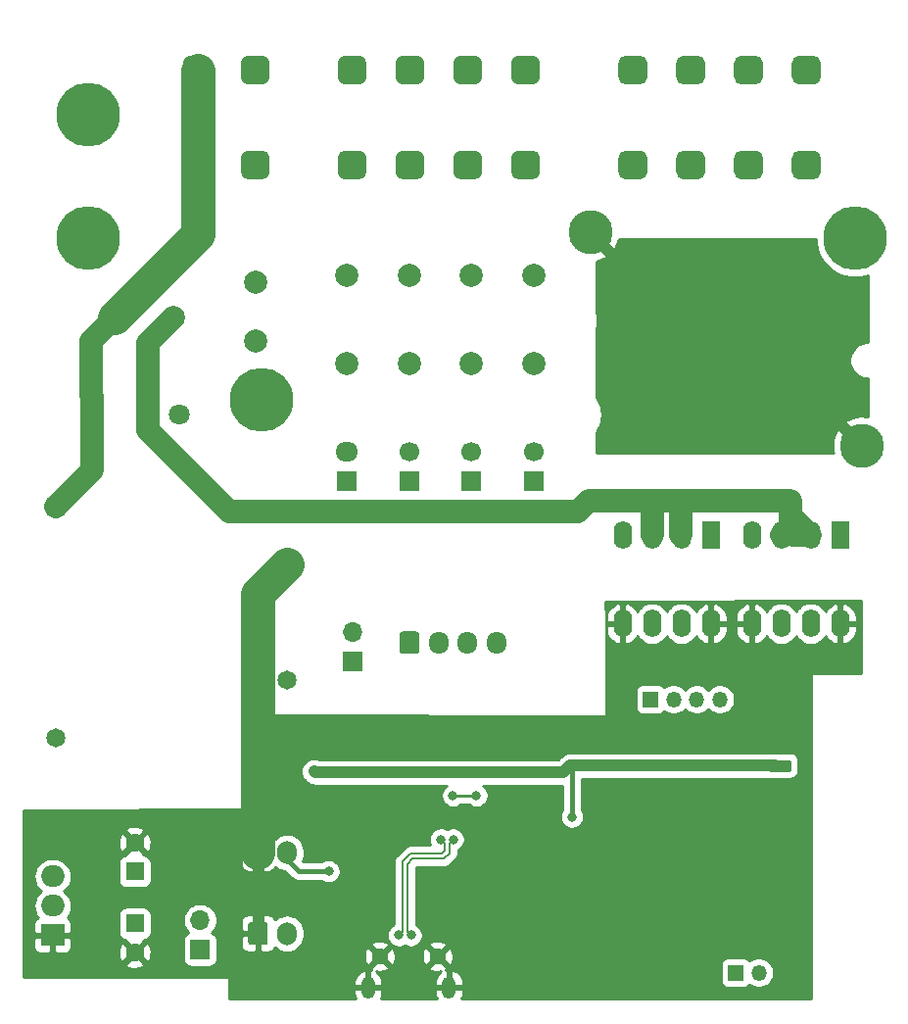
<source format=gbr>
G04 #@! TF.GenerationSoftware,KiCad,Pcbnew,(5.1.12)-1*
G04 #@! TF.CreationDate,2022-01-16T14:13:13-03:00*
G04 #@! TF.ProjectId,hamodule,68616d6f-6475-46c6-952e-6b696361645f,rev?*
G04 #@! TF.SameCoordinates,Original*
G04 #@! TF.FileFunction,Copper,L2,Bot*
G04 #@! TF.FilePolarity,Positive*
%FSLAX46Y46*%
G04 Gerber Fmt 4.6, Leading zero omitted, Abs format (unit mm)*
G04 Created by KiCad (PCBNEW (5.1.12)-1) date 2022-01-16 14:13:13*
%MOMM*%
%LPD*%
G01*
G04 APERTURE LIST*
G04 #@! TA.AperFunction,ConnectorPad*
%ADD10C,3.800000*%
G04 #@! TD*
G04 #@! TA.AperFunction,ComponentPad*
%ADD11C,2.600000*%
G04 #@! TD*
G04 #@! TA.AperFunction,ComponentPad*
%ADD12O,1.350000X1.350000*%
G04 #@! TD*
G04 #@! TA.AperFunction,ComponentPad*
%ADD13R,1.350000X1.350000*%
G04 #@! TD*
G04 #@! TA.AperFunction,ComponentPad*
%ADD14C,1.450000*%
G04 #@! TD*
G04 #@! TA.AperFunction,ComponentPad*
%ADD15O,1.200000X1.900000*%
G04 #@! TD*
G04 #@! TA.AperFunction,ComponentPad*
%ADD16O,1.700000X1.950000*%
G04 #@! TD*
G04 #@! TA.AperFunction,ComponentPad*
%ADD17O,1.600000X2.400000*%
G04 #@! TD*
G04 #@! TA.AperFunction,ComponentPad*
%ADD18R,1.600000X2.400000*%
G04 #@! TD*
G04 #@! TA.AperFunction,ComponentPad*
%ADD19C,5.500000*%
G04 #@! TD*
G04 #@! TA.AperFunction,ComponentPad*
%ADD20R,1.700000X1.700000*%
G04 #@! TD*
G04 #@! TA.AperFunction,ComponentPad*
%ADD21O,1.950000X1.700000*%
G04 #@! TD*
G04 #@! TA.AperFunction,ComponentPad*
%ADD22C,2.000000*%
G04 #@! TD*
G04 #@! TA.AperFunction,ComponentPad*
%ADD23C,1.700000*%
G04 #@! TD*
G04 #@! TA.AperFunction,ComponentPad*
%ADD24C,1.600000*%
G04 #@! TD*
G04 #@! TA.AperFunction,ComponentPad*
%ADD25R,1.600000X1.600000*%
G04 #@! TD*
G04 #@! TA.AperFunction,ComponentPad*
%ADD26O,2.000000X1.905000*%
G04 #@! TD*
G04 #@! TA.AperFunction,ComponentPad*
%ADD27R,2.000000X1.905000*%
G04 #@! TD*
G04 #@! TA.AperFunction,ComponentPad*
%ADD28C,1.650000*%
G04 #@! TD*
G04 #@! TA.AperFunction,ComponentPad*
%ADD29R,1.650000X1.650000*%
G04 #@! TD*
G04 #@! TA.AperFunction,ComponentPad*
%ADD30O,1.700000X1.700000*%
G04 #@! TD*
G04 #@! TA.AperFunction,ComponentPad*
%ADD31O,1.700000X2.000000*%
G04 #@! TD*
G04 #@! TA.AperFunction,ComponentPad*
%ADD32C,1.800000*%
G04 #@! TD*
G04 #@! TA.AperFunction,ViaPad*
%ADD33C,0.800000*%
G04 #@! TD*
G04 #@! TA.AperFunction,Conductor*
%ADD34C,2.000000*%
G04 #@! TD*
G04 #@! TA.AperFunction,Conductor*
%ADD35C,0.400000*%
G04 #@! TD*
G04 #@! TA.AperFunction,Conductor*
%ADD36C,1.000000*%
G04 #@! TD*
G04 #@! TA.AperFunction,Conductor*
%ADD37C,3.000000*%
G04 #@! TD*
G04 #@! TA.AperFunction,Conductor*
%ADD38C,0.200000*%
G04 #@! TD*
G04 #@! TA.AperFunction,Conductor*
%ADD39C,0.250000*%
G04 #@! TD*
G04 #@! TA.AperFunction,Conductor*
%ADD40C,0.254000*%
G04 #@! TD*
G04 #@! TA.AperFunction,Conductor*
%ADD41C,0.100000*%
G04 #@! TD*
G04 APERTURE END LIST*
D10*
X175704500Y-84899500D03*
D11*
X175704500Y-84899500D03*
D10*
X199174100Y-103289100D03*
D11*
X199174100Y-103289100D03*
D12*
X190277500Y-148844000D03*
D13*
X188277500Y-148844000D03*
X180911500Y-125222000D03*
D12*
X182911500Y-125222000D03*
X184911500Y-125222000D03*
X186911500Y-125222000D03*
D14*
X157505000Y-147414000D03*
X162505000Y-147414000D03*
D15*
X156505000Y-150114000D03*
X163505000Y-150114000D03*
D16*
X167576500Y-120332500D03*
X165076500Y-120332500D03*
X162576500Y-120332500D03*
G04 #@! TA.AperFunction,ComponentPad*
G36*
G01*
X159226500Y-121057500D02*
X159226500Y-119607500D01*
G75*
G02*
X159476500Y-119357500I250000J0D01*
G01*
X160676500Y-119357500D01*
G75*
G02*
X160926500Y-119607500I0J-250000D01*
G01*
X160926500Y-121057500D01*
G75*
G02*
X160676500Y-121307500I-250000J0D01*
G01*
X159476500Y-121307500D01*
G75*
G02*
X159226500Y-121057500I0J250000D01*
G01*
G37*
G04 #@! TD.AperFunction*
D17*
X197294500Y-118681500D03*
X189674500Y-111061500D03*
X194754500Y-118681500D03*
X192214500Y-111061500D03*
X192214500Y-118681500D03*
X194754500Y-111061500D03*
X189674500Y-118681500D03*
D18*
X197294500Y-111061500D03*
D17*
X186118500Y-118681500D03*
X178498500Y-111061500D03*
X183578500Y-118681500D03*
X181038500Y-111061500D03*
X181038500Y-118681500D03*
X183578500Y-111061500D03*
X178498500Y-118681500D03*
D18*
X186118500Y-111061500D03*
D19*
X132270500Y-74739500D03*
X198564500Y-85407500D03*
X132270500Y-85407500D03*
G04 #@! TA.AperFunction,ComponentPad*
G36*
G01*
X195637500Y-78432500D02*
X195637500Y-79682500D01*
G75*
G02*
X195012500Y-80307500I-625000J0D01*
G01*
X193762500Y-80307500D01*
G75*
G02*
X193137500Y-79682500I0J625000D01*
G01*
X193137500Y-78432500D01*
G75*
G02*
X193762500Y-77807500I625000J0D01*
G01*
X195012500Y-77807500D01*
G75*
G02*
X195637500Y-78432500I0J-625000D01*
G01*
G37*
G04 #@! TD.AperFunction*
G04 #@! TA.AperFunction,ComponentPad*
G36*
G01*
X190637500Y-78432500D02*
X190637500Y-79682500D01*
G75*
G02*
X190012500Y-80307500I-625000J0D01*
G01*
X188762500Y-80307500D01*
G75*
G02*
X188137500Y-79682500I0J625000D01*
G01*
X188137500Y-78432500D01*
G75*
G02*
X188762500Y-77807500I625000J0D01*
G01*
X190012500Y-77807500D01*
G75*
G02*
X190637500Y-78432500I0J-625000D01*
G01*
G37*
G04 #@! TD.AperFunction*
G04 #@! TA.AperFunction,ComponentPad*
G36*
G01*
X185637500Y-78432500D02*
X185637500Y-79682500D01*
G75*
G02*
X185012500Y-80307500I-625000J0D01*
G01*
X183762500Y-80307500D01*
G75*
G02*
X183137500Y-79682500I0J625000D01*
G01*
X183137500Y-78432500D01*
G75*
G02*
X183762500Y-77807500I625000J0D01*
G01*
X185012500Y-77807500D01*
G75*
G02*
X185637500Y-78432500I0J-625000D01*
G01*
G37*
G04 #@! TD.AperFunction*
G04 #@! TA.AperFunction,ComponentPad*
G36*
G01*
X180637500Y-78432500D02*
X180637500Y-79682500D01*
G75*
G02*
X180012500Y-80307500I-625000J0D01*
G01*
X178762500Y-80307500D01*
G75*
G02*
X178137500Y-79682500I0J625000D01*
G01*
X178137500Y-78432500D01*
G75*
G02*
X178762500Y-77807500I625000J0D01*
G01*
X180012500Y-77807500D01*
G75*
G02*
X180637500Y-78432500I0J-625000D01*
G01*
G37*
G04 #@! TD.AperFunction*
G04 #@! TA.AperFunction,ComponentPad*
G36*
G01*
X195637500Y-70232501D02*
X195637500Y-71482501D01*
G75*
G02*
X195012500Y-72107501I-625000J0D01*
G01*
X193762500Y-72107501D01*
G75*
G02*
X193137500Y-71482501I0J625000D01*
G01*
X193137500Y-70232501D01*
G75*
G02*
X193762500Y-69607501I625000J0D01*
G01*
X195012500Y-69607501D01*
G75*
G02*
X195637500Y-70232501I0J-625000D01*
G01*
G37*
G04 #@! TD.AperFunction*
G04 #@! TA.AperFunction,ComponentPad*
G36*
G01*
X190637500Y-70232501D02*
X190637500Y-71482501D01*
G75*
G02*
X190012500Y-72107501I-625000J0D01*
G01*
X188762500Y-72107501D01*
G75*
G02*
X188137500Y-71482501I0J625000D01*
G01*
X188137500Y-70232501D01*
G75*
G02*
X188762500Y-69607501I625000J0D01*
G01*
X190012500Y-69607501D01*
G75*
G02*
X190637500Y-70232501I0J-625000D01*
G01*
G37*
G04 #@! TD.AperFunction*
G04 #@! TA.AperFunction,ComponentPad*
G36*
G01*
X185637500Y-70232501D02*
X185637500Y-71482501D01*
G75*
G02*
X185012500Y-72107501I-625000J0D01*
G01*
X183762500Y-72107501D01*
G75*
G02*
X183137500Y-71482501I0J625000D01*
G01*
X183137500Y-70232501D01*
G75*
G02*
X183762500Y-69607501I625000J0D01*
G01*
X185012500Y-69607501D01*
G75*
G02*
X185637500Y-70232501I0J-625000D01*
G01*
G37*
G04 #@! TD.AperFunction*
G04 #@! TA.AperFunction,ComponentPad*
G36*
G01*
X180637500Y-70232501D02*
X180637500Y-71482501D01*
G75*
G02*
X180012500Y-72107501I-625000J0D01*
G01*
X178762500Y-72107501D01*
G75*
G02*
X178137500Y-71482501I0J625000D01*
G01*
X178137500Y-70232501D01*
G75*
G02*
X178762500Y-69607501I625000J0D01*
G01*
X180012500Y-69607501D01*
G75*
G02*
X180637500Y-70232501I0J-625000D01*
G01*
G37*
G04 #@! TD.AperFunction*
G04 #@! TA.AperFunction,ComponentPad*
G36*
G01*
X147998500Y-78432500D02*
X147998500Y-79682500D01*
G75*
G02*
X147373500Y-80307500I-625000J0D01*
G01*
X146123500Y-80307500D01*
G75*
G02*
X145498500Y-79682500I0J625000D01*
G01*
X145498500Y-78432500D01*
G75*
G02*
X146123500Y-77807500I625000J0D01*
G01*
X147373500Y-77807500D01*
G75*
G02*
X147998500Y-78432500I0J-625000D01*
G01*
G37*
G04 #@! TD.AperFunction*
G04 #@! TA.AperFunction,ComponentPad*
G36*
G01*
X142998500Y-78432500D02*
X142998500Y-79682500D01*
G75*
G02*
X142373500Y-80307500I-625000J0D01*
G01*
X141123500Y-80307500D01*
G75*
G02*
X140498500Y-79682500I0J625000D01*
G01*
X140498500Y-78432500D01*
G75*
G02*
X141123500Y-77807500I625000J0D01*
G01*
X142373500Y-77807500D01*
G75*
G02*
X142998500Y-78432500I0J-625000D01*
G01*
G37*
G04 #@! TD.AperFunction*
G04 #@! TA.AperFunction,ComponentPad*
G36*
G01*
X147998500Y-70232501D02*
X147998500Y-71482501D01*
G75*
G02*
X147373500Y-72107501I-625000J0D01*
G01*
X146123500Y-72107501D01*
G75*
G02*
X145498500Y-71482501I0J625000D01*
G01*
X145498500Y-70232501D01*
G75*
G02*
X146123500Y-69607501I625000J0D01*
G01*
X147373500Y-69607501D01*
G75*
G02*
X147998500Y-70232501I0J-625000D01*
G01*
G37*
G04 #@! TD.AperFunction*
G04 #@! TA.AperFunction,ComponentPad*
G36*
G01*
X142998500Y-70232501D02*
X142998500Y-71482501D01*
G75*
G02*
X142373500Y-72107501I-625000J0D01*
G01*
X141123500Y-72107501D01*
G75*
G02*
X140498500Y-71482501I0J625000D01*
G01*
X140498500Y-70232501D01*
G75*
G02*
X141123500Y-69607501I625000J0D01*
G01*
X142373500Y-69607501D01*
G75*
G02*
X142998500Y-70232501I0J-625000D01*
G01*
G37*
G04 #@! TD.AperFunction*
G04 #@! TA.AperFunction,ComponentPad*
G36*
G01*
X171366500Y-78432500D02*
X171366500Y-79682500D01*
G75*
G02*
X170741500Y-80307500I-625000J0D01*
G01*
X169491500Y-80307500D01*
G75*
G02*
X168866500Y-79682500I0J625000D01*
G01*
X168866500Y-78432500D01*
G75*
G02*
X169491500Y-77807500I625000J0D01*
G01*
X170741500Y-77807500D01*
G75*
G02*
X171366500Y-78432500I0J-625000D01*
G01*
G37*
G04 #@! TD.AperFunction*
G04 #@! TA.AperFunction,ComponentPad*
G36*
G01*
X166366500Y-78432500D02*
X166366500Y-79682500D01*
G75*
G02*
X165741500Y-80307500I-625000J0D01*
G01*
X164491500Y-80307500D01*
G75*
G02*
X163866500Y-79682500I0J625000D01*
G01*
X163866500Y-78432500D01*
G75*
G02*
X164491500Y-77807500I625000J0D01*
G01*
X165741500Y-77807500D01*
G75*
G02*
X166366500Y-78432500I0J-625000D01*
G01*
G37*
G04 #@! TD.AperFunction*
G04 #@! TA.AperFunction,ComponentPad*
G36*
G01*
X161366500Y-78432500D02*
X161366500Y-79682500D01*
G75*
G02*
X160741500Y-80307500I-625000J0D01*
G01*
X159491500Y-80307500D01*
G75*
G02*
X158866500Y-79682500I0J625000D01*
G01*
X158866500Y-78432500D01*
G75*
G02*
X159491500Y-77807500I625000J0D01*
G01*
X160741500Y-77807500D01*
G75*
G02*
X161366500Y-78432500I0J-625000D01*
G01*
G37*
G04 #@! TD.AperFunction*
G04 #@! TA.AperFunction,ComponentPad*
G36*
G01*
X156366500Y-78432500D02*
X156366500Y-79682500D01*
G75*
G02*
X155741500Y-80307500I-625000J0D01*
G01*
X154491500Y-80307500D01*
G75*
G02*
X153866500Y-79682500I0J625000D01*
G01*
X153866500Y-78432500D01*
G75*
G02*
X154491500Y-77807500I625000J0D01*
G01*
X155741500Y-77807500D01*
G75*
G02*
X156366500Y-78432500I0J-625000D01*
G01*
G37*
G04 #@! TD.AperFunction*
G04 #@! TA.AperFunction,ComponentPad*
G36*
G01*
X171366500Y-70232501D02*
X171366500Y-71482501D01*
G75*
G02*
X170741500Y-72107501I-625000J0D01*
G01*
X169491500Y-72107501D01*
G75*
G02*
X168866500Y-71482501I0J625000D01*
G01*
X168866500Y-70232501D01*
G75*
G02*
X169491500Y-69607501I625000J0D01*
G01*
X170741500Y-69607501D01*
G75*
G02*
X171366500Y-70232501I0J-625000D01*
G01*
G37*
G04 #@! TD.AperFunction*
G04 #@! TA.AperFunction,ComponentPad*
G36*
G01*
X166366500Y-70232501D02*
X166366500Y-71482501D01*
G75*
G02*
X165741500Y-72107501I-625000J0D01*
G01*
X164491500Y-72107501D01*
G75*
G02*
X163866500Y-71482501I0J625000D01*
G01*
X163866500Y-70232501D01*
G75*
G02*
X164491500Y-69607501I625000J0D01*
G01*
X165741500Y-69607501D01*
G75*
G02*
X166366500Y-70232501I0J-625000D01*
G01*
G37*
G04 #@! TD.AperFunction*
G04 #@! TA.AperFunction,ComponentPad*
G36*
G01*
X161366500Y-70232501D02*
X161366500Y-71482501D01*
G75*
G02*
X160741500Y-72107501I-625000J0D01*
G01*
X159491500Y-72107501D01*
G75*
G02*
X158866500Y-71482501I0J625000D01*
G01*
X158866500Y-70232501D01*
G75*
G02*
X159491500Y-69607501I625000J0D01*
G01*
X160741500Y-69607501D01*
G75*
G02*
X161366500Y-70232501I0J-625000D01*
G01*
G37*
G04 #@! TD.AperFunction*
G04 #@! TA.AperFunction,ComponentPad*
G36*
G01*
X156366500Y-70232501D02*
X156366500Y-71482501D01*
G75*
G02*
X155741500Y-72107501I-625000J0D01*
G01*
X154491500Y-72107501D01*
G75*
G02*
X153866500Y-71482501I0J625000D01*
G01*
X153866500Y-70232501D01*
G75*
G02*
X154491500Y-69607501I625000J0D01*
G01*
X155741500Y-69607501D01*
G75*
G02*
X156366500Y-70232501I0J-625000D01*
G01*
G37*
G04 #@! TD.AperFunction*
D20*
X154686000Y-106362500D03*
D21*
X154686000Y-103822500D03*
D22*
X154686000Y-96202500D03*
X154686000Y-88582500D03*
D20*
X170825500Y-106343001D03*
D23*
X170825500Y-103803001D03*
D22*
X170825500Y-96183001D03*
X170825500Y-88563001D03*
D20*
X165428000Y-106343001D03*
D23*
X165428000Y-103803001D03*
D22*
X165428000Y-96183001D03*
X165428000Y-88563001D03*
D20*
X160083500Y-106343001D03*
D23*
X160083500Y-103803001D03*
D22*
X160083500Y-96183001D03*
X160083500Y-88563001D03*
D24*
X136334500Y-147089500D03*
D25*
X136334500Y-144589500D03*
D24*
X136334500Y-137604500D03*
D25*
X136334500Y-140104500D03*
D26*
X129222500Y-140525500D03*
X129222500Y-143065500D03*
D27*
X129222500Y-145605500D03*
D28*
X149476500Y-113587500D03*
X149476500Y-123587500D03*
X129476500Y-128587500D03*
D29*
X129476500Y-108587500D03*
D22*
X139636500Y-92265500D03*
X134556500Y-92265500D03*
D30*
X141973300Y-144310100D03*
D20*
X141973300Y-146850100D03*
D31*
X149491700Y-145453100D03*
G04 #@! TA.AperFunction,ComponentPad*
G36*
G01*
X146141700Y-146203100D02*
X146141700Y-144703100D01*
G75*
G02*
X146391700Y-144453100I250000J0D01*
G01*
X147591700Y-144453100D01*
G75*
G02*
X147841700Y-144703100I0J-250000D01*
G01*
X147841700Y-146203100D01*
G75*
G02*
X147591700Y-146453100I-250000J0D01*
G01*
X146391700Y-146453100D01*
G75*
G02*
X146141700Y-146203100I0J250000D01*
G01*
G37*
G04 #@! TD.AperFunction*
D30*
X155130500Y-119443500D03*
D20*
X155130500Y-121983500D03*
D32*
X140144500Y-100647500D03*
X132644500Y-99014170D03*
D31*
X149502500Y-138493500D03*
G04 #@! TA.AperFunction,ComponentPad*
G36*
G01*
X146152500Y-139243500D02*
X146152500Y-137743500D01*
G75*
G02*
X146402500Y-137493500I250000J0D01*
G01*
X147602500Y-137493500D01*
G75*
G02*
X147852500Y-137743500I0J-250000D01*
G01*
X147852500Y-139243500D01*
G75*
G02*
X147602500Y-139493500I-250000J0D01*
G01*
X146402500Y-139493500D01*
G75*
G02*
X146152500Y-139243500I0J250000D01*
G01*
G37*
G04 #@! TD.AperFunction*
D19*
X147256500Y-99377500D03*
D22*
X146748500Y-94297500D03*
X146748500Y-89217500D03*
D33*
X153098500Y-140081000D03*
X192595500Y-130937000D03*
X151828500Y-131445000D03*
X191643000Y-130937000D03*
X174117000Y-135382000D03*
X163851000Y-137325100D03*
X160205000Y-145613998D03*
X162801000Y-137325100D03*
X159155000Y-145613998D03*
X163837489Y-133540500D03*
X165862000Y-133540500D03*
X183007000Y-148018500D03*
X184086500Y-148018500D03*
X185039000Y-148018500D03*
X185991500Y-148018500D03*
X174815500Y-148145500D03*
X175577500Y-148907500D03*
X173990000Y-147320000D03*
X173164500Y-146431000D03*
X184404000Y-138557000D03*
X185356500Y-138557000D03*
X186372500Y-138557000D03*
X188404500Y-138557000D03*
X187388500Y-138557000D03*
X184404000Y-137604500D03*
X185356500Y-137604500D03*
X186372500Y-137604500D03*
X188404500Y-137604500D03*
X187388500Y-137604500D03*
X184404000Y-136525000D03*
X185356500Y-136525000D03*
X186372500Y-136525000D03*
X188404500Y-136525000D03*
X187388500Y-136525000D03*
X184404000Y-135509000D03*
X185356500Y-135509000D03*
X186372500Y-135509000D03*
X188404500Y-135509000D03*
X187388500Y-135509000D03*
X188404500Y-134493000D03*
X187388500Y-134493000D03*
X186372500Y-134493000D03*
X185356500Y-134493000D03*
X184404000Y-134493000D03*
X193865500Y-148082000D03*
X172847000Y-128206500D03*
X172855500Y-133604000D03*
X187946686Y-126886314D03*
X155185500Y-129739000D03*
X155185500Y-128587500D03*
X178689000Y-132778500D03*
X193865500Y-133159500D03*
X193865500Y-132207000D03*
X176339500Y-149669500D03*
X163639500Y-141414500D03*
X164719000Y-140335000D03*
X164719000Y-141478000D03*
X163639500Y-140335000D03*
X163639500Y-142557500D03*
X164719000Y-142557500D03*
X162433000Y-142557500D03*
X162433000Y-141478000D03*
X162433000Y-140335000D03*
X177228500Y-150495000D03*
X156591000Y-137058400D03*
X161036000Y-150114000D03*
X158877000Y-150114000D03*
X197129400Y-91948000D03*
X198272400Y-91948000D03*
X197078600Y-100152200D03*
X198221600Y-100152200D03*
X178346100Y-91960700D03*
X195961000Y-91948000D03*
X195834000Y-100139500D03*
X178181000Y-100139500D03*
X179387500Y-100139500D03*
X180530500Y-100139500D03*
X181864000Y-100139500D03*
X187007500Y-100139500D03*
X183324500Y-100139500D03*
X185674000Y-100139500D03*
X184531000Y-100139500D03*
X192151000Y-100139500D03*
X188468000Y-100139500D03*
X190817500Y-100139500D03*
X189674500Y-100139500D03*
X193484500Y-100139500D03*
X194691000Y-100139500D03*
X184658000Y-91948000D03*
X190944500Y-91948000D03*
X188595000Y-91948000D03*
X189801500Y-91948000D03*
X194818000Y-91948000D03*
X192278000Y-91948000D03*
X181991000Y-91948000D03*
X185801000Y-91948000D03*
X187134500Y-91948000D03*
X183451500Y-91948000D03*
X193611500Y-91948000D03*
X179514500Y-91948000D03*
X180733700Y-91935300D03*
X177050700Y-100139500D03*
X177228500Y-91960700D03*
D34*
X174620225Y-109029500D02*
X175588235Y-108061490D01*
X175588235Y-108061490D02*
X181086490Y-108061490D01*
X139636500Y-92265500D02*
X137444499Y-94457501D01*
X137444499Y-94457501D02*
X137444499Y-101943501D01*
X137444499Y-101943501D02*
X144530498Y-109029500D01*
X144530498Y-109029500D02*
X174620225Y-109029500D01*
X183518499Y-108421499D02*
X183518499Y-111061500D01*
X183530510Y-108409488D02*
X183518499Y-108421499D01*
X183530510Y-108061490D02*
X183530510Y-108409488D01*
X181086490Y-109572521D02*
X181098510Y-109584541D01*
X181086490Y-108061490D02*
X181086490Y-109572521D01*
X181098510Y-109584541D02*
X181098510Y-111061500D01*
X181086490Y-108061490D02*
X183530510Y-108061490D01*
X192274510Y-111001490D02*
X192274510Y-111061500D01*
X193024490Y-110251510D02*
X192274510Y-111001490D01*
X193024490Y-108061490D02*
X193024490Y-110251510D01*
X183530510Y-108061490D02*
X193024490Y-108061490D01*
X193230500Y-111061500D02*
X194694499Y-111061500D01*
X193024490Y-110855490D02*
X193230500Y-111061500D01*
X193024490Y-108061490D02*
X193024490Y-110855490D01*
X194694499Y-111001499D02*
X194694499Y-111061500D01*
X193024490Y-109331490D02*
X194694499Y-111001499D01*
X193024490Y-108061490D02*
X193024490Y-109331490D01*
D35*
X153098500Y-140081000D02*
X150495000Y-140081000D01*
X149502500Y-139088500D02*
X149502500Y-138493500D01*
X150495000Y-140081000D02*
X149502500Y-139088500D01*
D36*
X151912501Y-131529001D02*
X151828500Y-131445000D01*
X173383501Y-131529001D02*
X151912501Y-131529001D01*
X173975502Y-130937000D02*
X173383501Y-131529001D01*
X191643000Y-130937000D02*
X173975502Y-130937000D01*
D35*
X174117000Y-131078498D02*
X173975502Y-130937000D01*
X174117000Y-135382000D02*
X174117000Y-131078498D01*
D37*
X141748500Y-80073500D02*
X141748500Y-85073500D01*
D34*
X132644500Y-105419500D02*
X129476500Y-108587500D01*
X132644500Y-99014170D02*
X132644500Y-105419500D01*
X134556500Y-92265500D02*
X132524500Y-94297500D01*
X132524500Y-98894170D02*
X132644500Y-99014170D01*
X132524500Y-94297500D02*
X132524500Y-98894170D01*
D37*
X141748500Y-79057500D02*
X141748500Y-70857501D01*
X141748500Y-85073500D02*
X134556500Y-92265500D01*
X141748500Y-79057500D02*
X141748500Y-85073500D01*
D38*
X160354500Y-138997900D02*
X159905000Y-139447400D01*
X159905000Y-139447400D02*
X159905000Y-145313998D01*
X159905000Y-145313998D02*
X160205000Y-145613998D01*
X163072300Y-138997900D02*
X160354500Y-138997900D01*
X163551000Y-138519200D02*
X163072300Y-138997900D01*
X163551000Y-137625100D02*
X163551000Y-138519200D01*
X163851000Y-137325100D02*
X163551000Y-137625100D01*
X162801000Y-137325100D02*
X163101000Y-137625100D01*
X163101000Y-137625100D02*
X163101000Y-138332800D01*
X163101000Y-138332800D02*
X162885900Y-138547900D01*
X162885900Y-138547900D02*
X160168100Y-138547900D01*
X159455000Y-145313998D02*
X159155000Y-145613998D01*
X159455000Y-139261000D02*
X159455000Y-145313998D01*
X160168100Y-138547900D02*
X159455000Y-139261000D01*
D39*
X163837489Y-133540500D02*
X165862000Y-133540500D01*
D36*
X147002500Y-145442300D02*
X146991700Y-145453100D01*
X147002500Y-138493500D02*
X147002500Y-145442300D01*
X147002500Y-116061500D02*
X147002500Y-138493500D01*
X149476500Y-113587500D02*
X147002500Y-116061500D01*
D37*
X146952490Y-138443490D02*
X146952490Y-138493500D01*
X146951499Y-138442499D02*
X146952490Y-138443490D01*
X146951499Y-116112501D02*
X146951499Y-138442499D01*
X149476500Y-113587500D02*
X146951499Y-116112501D01*
D39*
X175704500Y-85356700D02*
X176466500Y-86118700D01*
X175704500Y-84899500D02*
X175704500Y-85356700D01*
X175196500Y-84848700D02*
X176466500Y-86118700D01*
D36*
X175704500Y-84899500D02*
X178346100Y-87541100D01*
X178346100Y-87541100D02*
X178346100Y-91960700D01*
X197078600Y-101193600D02*
X197078600Y-100152200D01*
X199174100Y-103289100D02*
X197078600Y-101193600D01*
D40*
X199072500Y-122999500D02*
X194881500Y-122999500D01*
X194856724Y-123001940D01*
X194832899Y-123009167D01*
X194810943Y-123020903D01*
X194791697Y-123036697D01*
X194775903Y-123055943D01*
X194764167Y-123077899D01*
X194756940Y-123101724D01*
X194754500Y-123126500D01*
X194754500Y-151041745D01*
X164601831Y-151043353D01*
X164691493Y-150829496D01*
X164740000Y-150591000D01*
X164740000Y-150241000D01*
X163632000Y-150241000D01*
X163632000Y-150261000D01*
X163378000Y-150261000D01*
X163378000Y-150241000D01*
X162270000Y-150241000D01*
X162270000Y-150591000D01*
X162318507Y-150829496D01*
X162408218Y-151043470D01*
X161838018Y-151043500D01*
X157601874Y-151043252D01*
X157691493Y-150829496D01*
X157740000Y-150591000D01*
X157740000Y-150241000D01*
X156632000Y-150241000D01*
X156632000Y-150261000D01*
X156378000Y-150261000D01*
X156378000Y-150241000D01*
X155270000Y-150241000D01*
X155270000Y-150591000D01*
X155318507Y-150829496D01*
X155408073Y-151043124D01*
X144526000Y-151042487D01*
X144526000Y-149637000D01*
X155270000Y-149637000D01*
X155270000Y-149987000D01*
X156378000Y-149987000D01*
X156378000Y-148695269D01*
X156632000Y-148695269D01*
X156632000Y-149987000D01*
X157740000Y-149987000D01*
X157740000Y-149637000D01*
X157691493Y-149398504D01*
X157597390Y-149174054D01*
X157461307Y-148972275D01*
X157288474Y-148800922D01*
X157193164Y-148737829D01*
X157310849Y-148766719D01*
X157578482Y-148778604D01*
X157843291Y-148738048D01*
X158095100Y-148646609D01*
X158202035Y-148589450D01*
X158264528Y-148353133D01*
X161745472Y-148353133D01*
X161807965Y-148589450D01*
X162050678Y-148702850D01*
X162310849Y-148766719D01*
X162578482Y-148778604D01*
X162808442Y-148743385D01*
X162721526Y-148800922D01*
X162548693Y-148972275D01*
X162412610Y-149174054D01*
X162318507Y-149398504D01*
X162270000Y-149637000D01*
X162270000Y-149987000D01*
X163378000Y-149987000D01*
X163378000Y-148695269D01*
X163632000Y-148695269D01*
X163632000Y-149987000D01*
X164740000Y-149987000D01*
X164740000Y-149637000D01*
X164691493Y-149398504D01*
X164597390Y-149174054D01*
X164461307Y-148972275D01*
X164288474Y-148800922D01*
X164085533Y-148666579D01*
X163860282Y-148574409D01*
X163822609Y-148570538D01*
X163632000Y-148695269D01*
X163378000Y-148695269D01*
X163204138Y-148581497D01*
X163264528Y-148353133D01*
X162505000Y-147593605D01*
X161745472Y-148353133D01*
X158264528Y-148353133D01*
X157505000Y-147593605D01*
X156745472Y-148353133D01*
X156805862Y-148581497D01*
X156632000Y-148695269D01*
X156378000Y-148695269D01*
X156187391Y-148570538D01*
X156149718Y-148574409D01*
X155924467Y-148666579D01*
X155721526Y-148800922D01*
X155548693Y-148972275D01*
X155412610Y-149174054D01*
X155318507Y-149398504D01*
X155270000Y-149637000D01*
X144526000Y-149637000D01*
X144526000Y-149352000D01*
X144523560Y-149327224D01*
X144516333Y-149303399D01*
X144504597Y-149281443D01*
X144488803Y-149262197D01*
X144469557Y-149246403D01*
X144447601Y-149234667D01*
X144423776Y-149227440D01*
X144399000Y-149225000D01*
X126682500Y-149225000D01*
X126682500Y-148082202D01*
X135521403Y-148082202D01*
X135592986Y-148326171D01*
X135848496Y-148447071D01*
X136122684Y-148515800D01*
X136405012Y-148529717D01*
X136684630Y-148488287D01*
X136950792Y-148393103D01*
X137076014Y-148326171D01*
X137147597Y-148082202D01*
X136334500Y-147269105D01*
X135521403Y-148082202D01*
X126682500Y-148082202D01*
X126682500Y-146558000D01*
X127584428Y-146558000D01*
X127596688Y-146682482D01*
X127632998Y-146802180D01*
X127691963Y-146912494D01*
X127771315Y-147009185D01*
X127868006Y-147088537D01*
X127978320Y-147147502D01*
X128098018Y-147183812D01*
X128222500Y-147196072D01*
X128936750Y-147193000D01*
X129095500Y-147034250D01*
X129095500Y-145732500D01*
X129349500Y-145732500D01*
X129349500Y-147034250D01*
X129508250Y-147193000D01*
X130222500Y-147196072D01*
X130346982Y-147183812D01*
X130425440Y-147160012D01*
X134894283Y-147160012D01*
X134935713Y-147439630D01*
X135030897Y-147705792D01*
X135097829Y-147831014D01*
X135341798Y-147902597D01*
X136154895Y-147089500D01*
X136514105Y-147089500D01*
X137327202Y-147902597D01*
X137571171Y-147831014D01*
X137692071Y-147575504D01*
X137760800Y-147301316D01*
X137774717Y-147018988D01*
X137733287Y-146739370D01*
X137638103Y-146473208D01*
X137571171Y-146347986D01*
X137327202Y-146276403D01*
X136514105Y-147089500D01*
X136154895Y-147089500D01*
X135341798Y-146276403D01*
X135097829Y-146347986D01*
X134976929Y-146603496D01*
X134908200Y-146877684D01*
X134894283Y-147160012D01*
X130425440Y-147160012D01*
X130466680Y-147147502D01*
X130576994Y-147088537D01*
X130673685Y-147009185D01*
X130753037Y-146912494D01*
X130812002Y-146802180D01*
X130848312Y-146682482D01*
X130860572Y-146558000D01*
X130857500Y-145891250D01*
X130698750Y-145732500D01*
X129349500Y-145732500D01*
X129095500Y-145732500D01*
X127746250Y-145732500D01*
X127587500Y-145891250D01*
X127584428Y-146558000D01*
X126682500Y-146558000D01*
X126682500Y-140525500D01*
X127579819Y-140525500D01*
X127610470Y-140836704D01*
X127701245Y-141135949D01*
X127848655Y-141411735D01*
X128047037Y-141653463D01*
X128220109Y-141795500D01*
X128047037Y-141937537D01*
X127848655Y-142179265D01*
X127701245Y-142455051D01*
X127610470Y-142754296D01*
X127579819Y-143065500D01*
X127610470Y-143376704D01*
X127701245Y-143675949D01*
X127848655Y-143951735D01*
X127951946Y-144077595D01*
X127868006Y-144122463D01*
X127771315Y-144201815D01*
X127691963Y-144298506D01*
X127632998Y-144408820D01*
X127596688Y-144528518D01*
X127584428Y-144653000D01*
X127587500Y-145319750D01*
X127746250Y-145478500D01*
X129095500Y-145478500D01*
X129095500Y-145458500D01*
X129349500Y-145458500D01*
X129349500Y-145478500D01*
X130698750Y-145478500D01*
X130857500Y-145319750D01*
X130860572Y-144653000D01*
X130848312Y-144528518D01*
X130812002Y-144408820D01*
X130753037Y-144298506D01*
X130673685Y-144201815D01*
X130576994Y-144122463D01*
X130493054Y-144077595D01*
X130596345Y-143951735D01*
X130683061Y-143789500D01*
X134896428Y-143789500D01*
X134896428Y-145389500D01*
X134908688Y-145513982D01*
X134944998Y-145633680D01*
X135003963Y-145743994D01*
X135083315Y-145840685D01*
X135180006Y-145920037D01*
X135290320Y-145979002D01*
X135410018Y-146015312D01*
X135534500Y-146027572D01*
X135541715Y-146027572D01*
X135521403Y-146096798D01*
X136334500Y-146909895D01*
X137147597Y-146096798D01*
X137127285Y-146027572D01*
X137134500Y-146027572D01*
X137258982Y-146015312D01*
X137309129Y-146000100D01*
X140485228Y-146000100D01*
X140485228Y-147700100D01*
X140497488Y-147824582D01*
X140533798Y-147944280D01*
X140592763Y-148054594D01*
X140672115Y-148151285D01*
X140768806Y-148230637D01*
X140879120Y-148289602D01*
X140998818Y-148325912D01*
X141123300Y-148338172D01*
X142823300Y-148338172D01*
X142947782Y-148325912D01*
X143067480Y-148289602D01*
X143177794Y-148230637D01*
X143274485Y-148151285D01*
X143353837Y-148054594D01*
X143412802Y-147944280D01*
X143449112Y-147824582D01*
X143461372Y-147700100D01*
X143461372Y-147487482D01*
X156140396Y-147487482D01*
X156180952Y-147752291D01*
X156272391Y-148004100D01*
X156329550Y-148111035D01*
X156565867Y-148173528D01*
X157325395Y-147414000D01*
X157684605Y-147414000D01*
X158444133Y-148173528D01*
X158680450Y-148111035D01*
X158793850Y-147868322D01*
X158857719Y-147608151D01*
X158863077Y-147487482D01*
X161140396Y-147487482D01*
X161180952Y-147752291D01*
X161272391Y-148004100D01*
X161329550Y-148111035D01*
X161565867Y-148173528D01*
X162325395Y-147414000D01*
X162684605Y-147414000D01*
X163444133Y-148173528D01*
X163461255Y-148169000D01*
X186964428Y-148169000D01*
X186964428Y-149519000D01*
X186976688Y-149643482D01*
X187012998Y-149763180D01*
X187071963Y-149873494D01*
X187151315Y-149970185D01*
X187248006Y-150049537D01*
X187358320Y-150108502D01*
X187478018Y-150144812D01*
X187602500Y-150157072D01*
X188952500Y-150157072D01*
X189076982Y-150144812D01*
X189196680Y-150108502D01*
X189306994Y-150049537D01*
X189403685Y-149970185D01*
X189474987Y-149883303D01*
X189656982Y-150004907D01*
X189895387Y-150103658D01*
X190148476Y-150154000D01*
X190406524Y-150154000D01*
X190659613Y-150103658D01*
X190898018Y-150004907D01*
X191112577Y-149861544D01*
X191295044Y-149679077D01*
X191438407Y-149464518D01*
X191537158Y-149226113D01*
X191587500Y-148973024D01*
X191587500Y-148714976D01*
X191537158Y-148461887D01*
X191438407Y-148223482D01*
X191295044Y-148008923D01*
X191112577Y-147826456D01*
X190898018Y-147683093D01*
X190659613Y-147584342D01*
X190406524Y-147534000D01*
X190148476Y-147534000D01*
X189895387Y-147584342D01*
X189656982Y-147683093D01*
X189474987Y-147804697D01*
X189403685Y-147717815D01*
X189306994Y-147638463D01*
X189196680Y-147579498D01*
X189076982Y-147543188D01*
X188952500Y-147530928D01*
X187602500Y-147530928D01*
X187478018Y-147543188D01*
X187358320Y-147579498D01*
X187248006Y-147638463D01*
X187151315Y-147717815D01*
X187071963Y-147814506D01*
X187012998Y-147924820D01*
X186976688Y-148044518D01*
X186964428Y-148169000D01*
X163461255Y-148169000D01*
X163680450Y-148111035D01*
X163793850Y-147868322D01*
X163857719Y-147608151D01*
X163869604Y-147340518D01*
X163829048Y-147075709D01*
X163737609Y-146823900D01*
X163680450Y-146716965D01*
X163444133Y-146654472D01*
X162684605Y-147414000D01*
X162325395Y-147414000D01*
X161565867Y-146654472D01*
X161329550Y-146716965D01*
X161216150Y-146959678D01*
X161152281Y-147219849D01*
X161140396Y-147487482D01*
X158863077Y-147487482D01*
X158869604Y-147340518D01*
X158829048Y-147075709D01*
X158737609Y-146823900D01*
X158680450Y-146716965D01*
X158444133Y-146654472D01*
X157684605Y-147414000D01*
X157325395Y-147414000D01*
X156565867Y-146654472D01*
X156329550Y-146716965D01*
X156216150Y-146959678D01*
X156152281Y-147219849D01*
X156140396Y-147487482D01*
X143461372Y-147487482D01*
X143461372Y-146453100D01*
X145503628Y-146453100D01*
X145515888Y-146577582D01*
X145552198Y-146697280D01*
X145611163Y-146807594D01*
X145690515Y-146904285D01*
X145787206Y-146983637D01*
X145897520Y-147042602D01*
X146017218Y-147078912D01*
X146141700Y-147091172D01*
X146705950Y-147088100D01*
X146864700Y-146929350D01*
X146864700Y-145580100D01*
X145665450Y-145580100D01*
X145506700Y-145738850D01*
X145503628Y-146453100D01*
X143461372Y-146453100D01*
X143461372Y-146000100D01*
X143449112Y-145875618D01*
X143412802Y-145755920D01*
X143353837Y-145645606D01*
X143274485Y-145548915D01*
X143177794Y-145469563D01*
X143067480Y-145410598D01*
X142994920Y-145388587D01*
X143126775Y-145256732D01*
X143289290Y-145013511D01*
X143401232Y-144743258D01*
X143458300Y-144456360D01*
X143458300Y-144453100D01*
X145503628Y-144453100D01*
X145506700Y-145167350D01*
X145665450Y-145326100D01*
X146864700Y-145326100D01*
X146864700Y-143976850D01*
X147118700Y-143976850D01*
X147118700Y-145326100D01*
X147138700Y-145326100D01*
X147138700Y-145580100D01*
X147118700Y-145580100D01*
X147118700Y-146929350D01*
X147277450Y-147088100D01*
X147841700Y-147091172D01*
X147966182Y-147078912D01*
X148085880Y-147042602D01*
X148196194Y-146983637D01*
X148292885Y-146904285D01*
X148372237Y-146807594D01*
X148431202Y-146697280D01*
X148441755Y-146662492D01*
X148662687Y-146843806D01*
X148920667Y-146981699D01*
X149200590Y-147066613D01*
X149491700Y-147095285D01*
X149782811Y-147066613D01*
X150062734Y-146981699D01*
X150320714Y-146843806D01*
X150546834Y-146658234D01*
X150697319Y-146474867D01*
X156745472Y-146474867D01*
X157505000Y-147234395D01*
X158264528Y-146474867D01*
X158202035Y-146238550D01*
X157959322Y-146125150D01*
X157699151Y-146061281D01*
X157431518Y-146049396D01*
X157166709Y-146089952D01*
X156914900Y-146181391D01*
X156807965Y-146238550D01*
X156745472Y-146474867D01*
X150697319Y-146474867D01*
X150732406Y-146432114D01*
X150870299Y-146174133D01*
X150955213Y-145894210D01*
X150976700Y-145676049D01*
X150976700Y-145512059D01*
X158120000Y-145512059D01*
X158120000Y-145715937D01*
X158159774Y-145915896D01*
X158237795Y-146104254D01*
X158351063Y-146273772D01*
X158495226Y-146417935D01*
X158664744Y-146531203D01*
X158853102Y-146609224D01*
X159053061Y-146648998D01*
X159256939Y-146648998D01*
X159456898Y-146609224D01*
X159645256Y-146531203D01*
X159680000Y-146507988D01*
X159714744Y-146531203D01*
X159903102Y-146609224D01*
X160103061Y-146648998D01*
X160306939Y-146648998D01*
X160506898Y-146609224D01*
X160695256Y-146531203D01*
X160779569Y-146474867D01*
X161745472Y-146474867D01*
X162505000Y-147234395D01*
X163264528Y-146474867D01*
X163202035Y-146238550D01*
X162959322Y-146125150D01*
X162699151Y-146061281D01*
X162431518Y-146049396D01*
X162166709Y-146089952D01*
X161914900Y-146181391D01*
X161807965Y-146238550D01*
X161745472Y-146474867D01*
X160779569Y-146474867D01*
X160864774Y-146417935D01*
X161008937Y-146273772D01*
X161122205Y-146104254D01*
X161200226Y-145915896D01*
X161240000Y-145715937D01*
X161240000Y-145512059D01*
X161200226Y-145312100D01*
X161122205Y-145123742D01*
X161008937Y-144954224D01*
X160864774Y-144810061D01*
X160695256Y-144696793D01*
X160640000Y-144673905D01*
X160640000Y-139751846D01*
X160658946Y-139732900D01*
X163036195Y-139732900D01*
X163072300Y-139736456D01*
X163108405Y-139732900D01*
X163216385Y-139722265D01*
X163354933Y-139680237D01*
X163482620Y-139611987D01*
X163594538Y-139520138D01*
X163617559Y-139492087D01*
X164045187Y-139064459D01*
X164073238Y-139041438D01*
X164165087Y-138929520D01*
X164233337Y-138801833D01*
X164275365Y-138663285D01*
X164289556Y-138519201D01*
X164286000Y-138483096D01*
X164286000Y-138265193D01*
X164341256Y-138242305D01*
X164510774Y-138129037D01*
X164654937Y-137984874D01*
X164768205Y-137815356D01*
X164846226Y-137626998D01*
X164886000Y-137427039D01*
X164886000Y-137223161D01*
X164846226Y-137023202D01*
X164768205Y-136834844D01*
X164654937Y-136665326D01*
X164510774Y-136521163D01*
X164341256Y-136407895D01*
X164152898Y-136329874D01*
X163952939Y-136290100D01*
X163749061Y-136290100D01*
X163549102Y-136329874D01*
X163360744Y-136407895D01*
X163326000Y-136431110D01*
X163291256Y-136407895D01*
X163102898Y-136329874D01*
X162902939Y-136290100D01*
X162699061Y-136290100D01*
X162499102Y-136329874D01*
X162310744Y-136407895D01*
X162141226Y-136521163D01*
X161997063Y-136665326D01*
X161883795Y-136834844D01*
X161805774Y-137023202D01*
X161766000Y-137223161D01*
X161766000Y-137427039D01*
X161805774Y-137626998D01*
X161882778Y-137812900D01*
X160204205Y-137812900D01*
X160168100Y-137809344D01*
X160024015Y-137823535D01*
X159885466Y-137865563D01*
X159811472Y-137905114D01*
X159757780Y-137933813D01*
X159645862Y-138025662D01*
X159622846Y-138053707D01*
X158960808Y-138715746D01*
X158932762Y-138738763D01*
X158840913Y-138850681D01*
X158772663Y-138978368D01*
X158748760Y-139057165D01*
X158730635Y-139116915D01*
X158716444Y-139261000D01*
X158720000Y-139297105D01*
X158720001Y-144673905D01*
X158664744Y-144696793D01*
X158495226Y-144810061D01*
X158351063Y-144954224D01*
X158237795Y-145123742D01*
X158159774Y-145312100D01*
X158120000Y-145512059D01*
X150976700Y-145512059D01*
X150976700Y-145230150D01*
X150955213Y-145011989D01*
X150870299Y-144732066D01*
X150732406Y-144474086D01*
X150546834Y-144247966D01*
X150320713Y-144062394D01*
X150062733Y-143924501D01*
X149782810Y-143839587D01*
X149491700Y-143810915D01*
X149200589Y-143839587D01*
X148920666Y-143924501D01*
X148662686Y-144062394D01*
X148441755Y-144243708D01*
X148431202Y-144208920D01*
X148372237Y-144098606D01*
X148292885Y-144001915D01*
X148196194Y-143922563D01*
X148085880Y-143863598D01*
X147966182Y-143827288D01*
X147841700Y-143815028D01*
X147277450Y-143818100D01*
X147118700Y-143976850D01*
X146864700Y-143976850D01*
X146705950Y-143818100D01*
X146141700Y-143815028D01*
X146017218Y-143827288D01*
X145897520Y-143863598D01*
X145787206Y-143922563D01*
X145690515Y-144001915D01*
X145611163Y-144098606D01*
X145552198Y-144208920D01*
X145515888Y-144328618D01*
X145503628Y-144453100D01*
X143458300Y-144453100D01*
X143458300Y-144163840D01*
X143401232Y-143876942D01*
X143289290Y-143606689D01*
X143126775Y-143363468D01*
X142919932Y-143156625D01*
X142676711Y-142994110D01*
X142406458Y-142882168D01*
X142119560Y-142825100D01*
X141827040Y-142825100D01*
X141540142Y-142882168D01*
X141269889Y-142994110D01*
X141026668Y-143156625D01*
X140819825Y-143363468D01*
X140657310Y-143606689D01*
X140545368Y-143876942D01*
X140488300Y-144163840D01*
X140488300Y-144456360D01*
X140545368Y-144743258D01*
X140657310Y-145013511D01*
X140819825Y-145256732D01*
X140951680Y-145388587D01*
X140879120Y-145410598D01*
X140768806Y-145469563D01*
X140672115Y-145548915D01*
X140592763Y-145645606D01*
X140533798Y-145755920D01*
X140497488Y-145875618D01*
X140485228Y-146000100D01*
X137309129Y-146000100D01*
X137378680Y-145979002D01*
X137488994Y-145920037D01*
X137585685Y-145840685D01*
X137665037Y-145743994D01*
X137724002Y-145633680D01*
X137760312Y-145513982D01*
X137772572Y-145389500D01*
X137772572Y-143789500D01*
X137760312Y-143665018D01*
X137724002Y-143545320D01*
X137665037Y-143435006D01*
X137585685Y-143338315D01*
X137488994Y-143258963D01*
X137378680Y-143199998D01*
X137258982Y-143163688D01*
X137134500Y-143151428D01*
X135534500Y-143151428D01*
X135410018Y-143163688D01*
X135290320Y-143199998D01*
X135180006Y-143258963D01*
X135083315Y-143338315D01*
X135003963Y-143435006D01*
X134944998Y-143545320D01*
X134908688Y-143665018D01*
X134896428Y-143789500D01*
X130683061Y-143789500D01*
X130743755Y-143675949D01*
X130834530Y-143376704D01*
X130865181Y-143065500D01*
X130834530Y-142754296D01*
X130743755Y-142455051D01*
X130596345Y-142179265D01*
X130397963Y-141937537D01*
X130224891Y-141795500D01*
X130397963Y-141653463D01*
X130596345Y-141411735D01*
X130743755Y-141135949D01*
X130834530Y-140836704D01*
X130865181Y-140525500D01*
X130834530Y-140214296D01*
X130743755Y-139915051D01*
X130596345Y-139639265D01*
X130397963Y-139397537D01*
X130284598Y-139304500D01*
X134896428Y-139304500D01*
X134896428Y-140904500D01*
X134908688Y-141028982D01*
X134944998Y-141148680D01*
X135003963Y-141258994D01*
X135083315Y-141355685D01*
X135180006Y-141435037D01*
X135290320Y-141494002D01*
X135410018Y-141530312D01*
X135534500Y-141542572D01*
X137134500Y-141542572D01*
X137258982Y-141530312D01*
X137378680Y-141494002D01*
X137488994Y-141435037D01*
X137585685Y-141355685D01*
X137665037Y-141258994D01*
X137724002Y-141148680D01*
X137760312Y-141028982D01*
X137772572Y-140904500D01*
X137772572Y-139493500D01*
X145514428Y-139493500D01*
X145526688Y-139617982D01*
X145562998Y-139737680D01*
X145621963Y-139847994D01*
X145701315Y-139944685D01*
X145798006Y-140024037D01*
X145908320Y-140083002D01*
X146028018Y-140119312D01*
X146152500Y-140131572D01*
X146716750Y-140128500D01*
X146875500Y-139969750D01*
X146875500Y-138620500D01*
X145676250Y-138620500D01*
X145517500Y-138779250D01*
X145514428Y-139493500D01*
X137772572Y-139493500D01*
X137772572Y-139304500D01*
X137760312Y-139180018D01*
X137724002Y-139060320D01*
X137665037Y-138950006D01*
X137585685Y-138853315D01*
X137488994Y-138773963D01*
X137378680Y-138714998D01*
X137258982Y-138678688D01*
X137134500Y-138666428D01*
X137127285Y-138666428D01*
X137147597Y-138597202D01*
X136334500Y-137784105D01*
X135521403Y-138597202D01*
X135541715Y-138666428D01*
X135534500Y-138666428D01*
X135410018Y-138678688D01*
X135290320Y-138714998D01*
X135180006Y-138773963D01*
X135083315Y-138853315D01*
X135003963Y-138950006D01*
X134944998Y-139060320D01*
X134908688Y-139180018D01*
X134896428Y-139304500D01*
X130284598Y-139304500D01*
X130156235Y-139199155D01*
X129880449Y-139051745D01*
X129581204Y-138960970D01*
X129347986Y-138938000D01*
X129097014Y-138938000D01*
X128863796Y-138960970D01*
X128564551Y-139051745D01*
X128288765Y-139199155D01*
X128047037Y-139397537D01*
X127848655Y-139639265D01*
X127701245Y-139915051D01*
X127610470Y-140214296D01*
X127579819Y-140525500D01*
X126682500Y-140525500D01*
X126682500Y-137675012D01*
X134894283Y-137675012D01*
X134935713Y-137954630D01*
X135030897Y-138220792D01*
X135097829Y-138346014D01*
X135341798Y-138417597D01*
X136154895Y-137604500D01*
X136514105Y-137604500D01*
X137327202Y-138417597D01*
X137571171Y-138346014D01*
X137692071Y-138090504D01*
X137760800Y-137816316D01*
X137774717Y-137533988D01*
X137768719Y-137493500D01*
X145514428Y-137493500D01*
X145517500Y-138207750D01*
X145676250Y-138366500D01*
X146875500Y-138366500D01*
X146875500Y-137017250D01*
X147129500Y-137017250D01*
X147129500Y-138366500D01*
X147149500Y-138366500D01*
X147149500Y-138620500D01*
X147129500Y-138620500D01*
X147129500Y-139969750D01*
X147288250Y-140128500D01*
X147852500Y-140131572D01*
X147976982Y-140119312D01*
X148096680Y-140083002D01*
X148206994Y-140024037D01*
X148303685Y-139944685D01*
X148383037Y-139847994D01*
X148442002Y-139737680D01*
X148452555Y-139702892D01*
X148673487Y-139884206D01*
X148931467Y-140022099D01*
X149211390Y-140107013D01*
X149354212Y-140121080D01*
X149875563Y-140642432D01*
X149901709Y-140674291D01*
X149933568Y-140700437D01*
X149933570Y-140700439D01*
X150028854Y-140778636D01*
X150173913Y-140856172D01*
X150331311Y-140903918D01*
X150495000Y-140920040D01*
X150536018Y-140916000D01*
X152485215Y-140916000D01*
X152608244Y-140998205D01*
X152796602Y-141076226D01*
X152996561Y-141116000D01*
X153200439Y-141116000D01*
X153400398Y-141076226D01*
X153588756Y-140998205D01*
X153758274Y-140884937D01*
X153902437Y-140740774D01*
X154015705Y-140571256D01*
X154093726Y-140382898D01*
X154133500Y-140182939D01*
X154133500Y-139979061D01*
X154093726Y-139779102D01*
X154015705Y-139590744D01*
X153902437Y-139421226D01*
X153758274Y-139277063D01*
X153588756Y-139163795D01*
X153400398Y-139085774D01*
X153200439Y-139046000D01*
X152996561Y-139046000D01*
X152796602Y-139085774D01*
X152608244Y-139163795D01*
X152485215Y-139246000D01*
X150864280Y-139246000D01*
X150881099Y-139214533D01*
X150966013Y-138934610D01*
X150987500Y-138716449D01*
X150987500Y-138270550D01*
X150966013Y-138052389D01*
X150881099Y-137772466D01*
X150743206Y-137514486D01*
X150557634Y-137288366D01*
X150331513Y-137102794D01*
X150073533Y-136964901D01*
X149793610Y-136879987D01*
X149502500Y-136851315D01*
X149211389Y-136879987D01*
X148931466Y-136964901D01*
X148673486Y-137102794D01*
X148452555Y-137284108D01*
X148442002Y-137249320D01*
X148383037Y-137139006D01*
X148303685Y-137042315D01*
X148206994Y-136962963D01*
X148096680Y-136903998D01*
X147976982Y-136867688D01*
X147852500Y-136855428D01*
X147288250Y-136858500D01*
X147129500Y-137017250D01*
X146875500Y-137017250D01*
X146716750Y-136858500D01*
X146152500Y-136855428D01*
X146028018Y-136867688D01*
X145908320Y-136903998D01*
X145798006Y-136962963D01*
X145701315Y-137042315D01*
X145621963Y-137139006D01*
X145562998Y-137249320D01*
X145526688Y-137369018D01*
X145514428Y-137493500D01*
X137768719Y-137493500D01*
X137733287Y-137254370D01*
X137638103Y-136988208D01*
X137571171Y-136862986D01*
X137327202Y-136791403D01*
X136514105Y-137604500D01*
X136154895Y-137604500D01*
X135341798Y-136791403D01*
X135097829Y-136862986D01*
X134976929Y-137118496D01*
X134908200Y-137392684D01*
X134894283Y-137675012D01*
X126682500Y-137675012D01*
X126682500Y-136611798D01*
X135521403Y-136611798D01*
X136334500Y-137424895D01*
X137147597Y-136611798D01*
X137076014Y-136367829D01*
X136820504Y-136246929D01*
X136546316Y-136178200D01*
X136263988Y-136164283D01*
X135984370Y-136205713D01*
X135718208Y-136300897D01*
X135592986Y-136367829D01*
X135521403Y-136611798D01*
X126682500Y-136611798D01*
X126682500Y-134810096D01*
X146494904Y-134746999D01*
X146519673Y-134744480D01*
X146543474Y-134737177D01*
X146565393Y-134725371D01*
X146584588Y-134709516D01*
X146600321Y-134690221D01*
X146611987Y-134668227D01*
X146619138Y-134644380D01*
X146621491Y-134621494D01*
X146658861Y-131445000D01*
X150688009Y-131445000D01*
X150709923Y-131667498D01*
X150774824Y-131881446D01*
X150880217Y-132078622D01*
X150986512Y-132208143D01*
X151070505Y-132292136D01*
X151106052Y-132335450D01*
X151278878Y-132477285D01*
X151476054Y-132582677D01*
X151690002Y-132647578D01*
X151856749Y-132664001D01*
X151856759Y-132664001D01*
X151912500Y-132669491D01*
X151968242Y-132664001D01*
X163286312Y-132664001D01*
X163177715Y-132736563D01*
X163033552Y-132880726D01*
X162920284Y-133050244D01*
X162842263Y-133238602D01*
X162802489Y-133438561D01*
X162802489Y-133642439D01*
X162842263Y-133842398D01*
X162920284Y-134030756D01*
X163033552Y-134200274D01*
X163177715Y-134344437D01*
X163347233Y-134457705D01*
X163535591Y-134535726D01*
X163735550Y-134575500D01*
X163939428Y-134575500D01*
X164139387Y-134535726D01*
X164327745Y-134457705D01*
X164497263Y-134344437D01*
X164541200Y-134300500D01*
X165158289Y-134300500D01*
X165202226Y-134344437D01*
X165371744Y-134457705D01*
X165560102Y-134535726D01*
X165760061Y-134575500D01*
X165963939Y-134575500D01*
X166163898Y-134535726D01*
X166352256Y-134457705D01*
X166521774Y-134344437D01*
X166665937Y-134200274D01*
X166779205Y-134030756D01*
X166857226Y-133842398D01*
X166897000Y-133642439D01*
X166897000Y-133438561D01*
X166857226Y-133238602D01*
X166779205Y-133050244D01*
X166665937Y-132880726D01*
X166521774Y-132736563D01*
X166413177Y-132664001D01*
X173282001Y-132664001D01*
X173282000Y-134768715D01*
X173199795Y-134891744D01*
X173121774Y-135080102D01*
X173082000Y-135280061D01*
X173082000Y-135483939D01*
X173121774Y-135683898D01*
X173199795Y-135872256D01*
X173313063Y-136041774D01*
X173457226Y-136185937D01*
X173626744Y-136299205D01*
X173815102Y-136377226D01*
X174015061Y-136417000D01*
X174218939Y-136417000D01*
X174418898Y-136377226D01*
X174607256Y-136299205D01*
X174776774Y-136185937D01*
X174920937Y-136041774D01*
X175034205Y-135872256D01*
X175112226Y-135683898D01*
X175152000Y-135483939D01*
X175152000Y-135280061D01*
X175112226Y-135080102D01*
X175034205Y-134891744D01*
X174952000Y-134768715D01*
X174952000Y-132072000D01*
X191037898Y-132072000D01*
X191119125Y-132080000D01*
X193055875Y-132080000D01*
X193179757Y-132067799D01*
X193298879Y-132031664D01*
X193408662Y-131972983D01*
X193504888Y-131894013D01*
X193583858Y-131797787D01*
X193642539Y-131688004D01*
X193678674Y-131568882D01*
X193690875Y-131445000D01*
X193690875Y-130429000D01*
X193678674Y-130305118D01*
X193642539Y-130185996D01*
X193583858Y-130076213D01*
X193504888Y-129979987D01*
X193408662Y-129901017D01*
X193298879Y-129842336D01*
X193179757Y-129806201D01*
X193055875Y-129794000D01*
X191119125Y-129794000D01*
X191037898Y-129802000D01*
X174031254Y-129802000D01*
X173975502Y-129796509D01*
X173919750Y-129802000D01*
X173753003Y-129818423D01*
X173539055Y-129883324D01*
X173341879Y-129988716D01*
X173169053Y-130130551D01*
X173133506Y-130173865D01*
X172913370Y-130394001D01*
X152269954Y-130394001D01*
X152264946Y-130391324D01*
X152050998Y-130326423D01*
X151828500Y-130304509D01*
X151606002Y-130326423D01*
X151392054Y-130391324D01*
X151194878Y-130496717D01*
X151022052Y-130638552D01*
X150880217Y-130811378D01*
X150774824Y-131008554D01*
X150709923Y-131222502D01*
X150688009Y-131445000D01*
X146658861Y-131445000D01*
X146715261Y-126651013D01*
X177005985Y-126714250D01*
X177030766Y-126711861D01*
X177054606Y-126704684D01*
X177076587Y-126692994D01*
X177095865Y-126677240D01*
X177111699Y-126658028D01*
X177123481Y-126636096D01*
X177130758Y-126612286D01*
X177133244Y-126586033D01*
X177113701Y-124547000D01*
X179598428Y-124547000D01*
X179598428Y-125897000D01*
X179610688Y-126021482D01*
X179646998Y-126141180D01*
X179705963Y-126251494D01*
X179785315Y-126348185D01*
X179882006Y-126427537D01*
X179992320Y-126486502D01*
X180112018Y-126522812D01*
X180236500Y-126535072D01*
X181586500Y-126535072D01*
X181710982Y-126522812D01*
X181830680Y-126486502D01*
X181940994Y-126427537D01*
X182037685Y-126348185D01*
X182108987Y-126261303D01*
X182290982Y-126382907D01*
X182529387Y-126481658D01*
X182782476Y-126532000D01*
X183040524Y-126532000D01*
X183293613Y-126481658D01*
X183532018Y-126382907D01*
X183746577Y-126239544D01*
X183911500Y-126074621D01*
X184076423Y-126239544D01*
X184290982Y-126382907D01*
X184529387Y-126481658D01*
X184782476Y-126532000D01*
X185040524Y-126532000D01*
X185293613Y-126481658D01*
X185532018Y-126382907D01*
X185746577Y-126239544D01*
X185911500Y-126074621D01*
X186076423Y-126239544D01*
X186290982Y-126382907D01*
X186529387Y-126481658D01*
X186782476Y-126532000D01*
X187040524Y-126532000D01*
X187293613Y-126481658D01*
X187532018Y-126382907D01*
X187746577Y-126239544D01*
X187929044Y-126057077D01*
X188072407Y-125842518D01*
X188171158Y-125604113D01*
X188221500Y-125351024D01*
X188221500Y-125092976D01*
X188171158Y-124839887D01*
X188072407Y-124601482D01*
X187929044Y-124386923D01*
X187746577Y-124204456D01*
X187532018Y-124061093D01*
X187293613Y-123962342D01*
X187040524Y-123912000D01*
X186782476Y-123912000D01*
X186529387Y-123962342D01*
X186290982Y-124061093D01*
X186076423Y-124204456D01*
X185911500Y-124369379D01*
X185746577Y-124204456D01*
X185532018Y-124061093D01*
X185293613Y-123962342D01*
X185040524Y-123912000D01*
X184782476Y-123912000D01*
X184529387Y-123962342D01*
X184290982Y-124061093D01*
X184076423Y-124204456D01*
X183911500Y-124369379D01*
X183746577Y-124204456D01*
X183532018Y-124061093D01*
X183293613Y-123962342D01*
X183040524Y-123912000D01*
X182782476Y-123912000D01*
X182529387Y-123962342D01*
X182290982Y-124061093D01*
X182108987Y-124182697D01*
X182037685Y-124095815D01*
X181940994Y-124016463D01*
X181830680Y-123957498D01*
X181710982Y-123921188D01*
X181586500Y-123908928D01*
X180236500Y-123908928D01*
X180112018Y-123921188D01*
X179992320Y-123957498D01*
X179882006Y-124016463D01*
X179785315Y-124095815D01*
X179705963Y-124192506D01*
X179646998Y-124302820D01*
X179610688Y-124422518D01*
X179598428Y-124547000D01*
X177113701Y-124547000D01*
X177058699Y-118808500D01*
X177063500Y-118808500D01*
X177063500Y-119208500D01*
X177115850Y-119486014D01*
X177221334Y-119747983D01*
X177375899Y-119984339D01*
X177573605Y-120186000D01*
X177806854Y-120345215D01*
X178066682Y-120455867D01*
X178149461Y-120473404D01*
X178371500Y-120351415D01*
X178371500Y-118808500D01*
X177063500Y-118808500D01*
X177058699Y-118808500D01*
X177052431Y-118154500D01*
X177063500Y-118154500D01*
X177063500Y-118554500D01*
X178371500Y-118554500D01*
X178371500Y-117011585D01*
X178625500Y-117011585D01*
X178625500Y-118554500D01*
X178645500Y-118554500D01*
X178645500Y-118808500D01*
X178625500Y-118808500D01*
X178625500Y-120351415D01*
X178847539Y-120473404D01*
X178930318Y-120455867D01*
X179190146Y-120345215D01*
X179423395Y-120186000D01*
X179621101Y-119984339D01*
X179771235Y-119754758D01*
X179839568Y-119882600D01*
X180018892Y-120101107D01*
X180237399Y-120280432D01*
X180486692Y-120413682D01*
X180757191Y-120495736D01*
X181038500Y-120523443D01*
X181319808Y-120495736D01*
X181590307Y-120413682D01*
X181839600Y-120280432D01*
X182058107Y-120101108D01*
X182237432Y-119882601D01*
X182308500Y-119749642D01*
X182379568Y-119882600D01*
X182558892Y-120101107D01*
X182777399Y-120280432D01*
X183026692Y-120413682D01*
X183297191Y-120495736D01*
X183578500Y-120523443D01*
X183859808Y-120495736D01*
X184130307Y-120413682D01*
X184379600Y-120280432D01*
X184598107Y-120101108D01*
X184777432Y-119882601D01*
X184845765Y-119754759D01*
X184995899Y-119984339D01*
X185193605Y-120186000D01*
X185426854Y-120345215D01*
X185686682Y-120455867D01*
X185769461Y-120473404D01*
X185991500Y-120351415D01*
X185991500Y-118808500D01*
X186245500Y-118808500D01*
X186245500Y-120351415D01*
X186467539Y-120473404D01*
X186550318Y-120455867D01*
X186810146Y-120345215D01*
X187043395Y-120186000D01*
X187241101Y-119984339D01*
X187395666Y-119747983D01*
X187501150Y-119486014D01*
X187553500Y-119208500D01*
X187553500Y-118808500D01*
X188239500Y-118808500D01*
X188239500Y-119208500D01*
X188291850Y-119486014D01*
X188397334Y-119747983D01*
X188551899Y-119984339D01*
X188749605Y-120186000D01*
X188982854Y-120345215D01*
X189242682Y-120455867D01*
X189325461Y-120473404D01*
X189547500Y-120351415D01*
X189547500Y-118808500D01*
X188239500Y-118808500D01*
X187553500Y-118808500D01*
X186245500Y-118808500D01*
X185991500Y-118808500D01*
X185971500Y-118808500D01*
X185971500Y-118554500D01*
X185991500Y-118554500D01*
X185991500Y-117011585D01*
X186245500Y-117011585D01*
X186245500Y-118554500D01*
X187553500Y-118554500D01*
X187553500Y-118154500D01*
X188239500Y-118154500D01*
X188239500Y-118554500D01*
X189547500Y-118554500D01*
X189547500Y-117011585D01*
X189801500Y-117011585D01*
X189801500Y-118554500D01*
X189821500Y-118554500D01*
X189821500Y-118808500D01*
X189801500Y-118808500D01*
X189801500Y-120351415D01*
X190023539Y-120473404D01*
X190106318Y-120455867D01*
X190366146Y-120345215D01*
X190599395Y-120186000D01*
X190797101Y-119984339D01*
X190947235Y-119754758D01*
X191015568Y-119882600D01*
X191194892Y-120101107D01*
X191413399Y-120280432D01*
X191662692Y-120413682D01*
X191933191Y-120495736D01*
X192214500Y-120523443D01*
X192495808Y-120495736D01*
X192766307Y-120413682D01*
X193015600Y-120280432D01*
X193234107Y-120101108D01*
X193413432Y-119882601D01*
X193484500Y-119749642D01*
X193555568Y-119882600D01*
X193734892Y-120101107D01*
X193953399Y-120280432D01*
X194202692Y-120413682D01*
X194473191Y-120495736D01*
X194754500Y-120523443D01*
X195035808Y-120495736D01*
X195306307Y-120413682D01*
X195555600Y-120280432D01*
X195774107Y-120101108D01*
X195953432Y-119882601D01*
X196021765Y-119754759D01*
X196171899Y-119984339D01*
X196369605Y-120186000D01*
X196602854Y-120345215D01*
X196862682Y-120455867D01*
X196945461Y-120473404D01*
X197167500Y-120351415D01*
X197167500Y-118808500D01*
X197421500Y-118808500D01*
X197421500Y-120351415D01*
X197643539Y-120473404D01*
X197726318Y-120455867D01*
X197986146Y-120345215D01*
X198219395Y-120186000D01*
X198417101Y-119984339D01*
X198571666Y-119747983D01*
X198677150Y-119486014D01*
X198729500Y-119208500D01*
X198729500Y-118808500D01*
X197421500Y-118808500D01*
X197167500Y-118808500D01*
X197147500Y-118808500D01*
X197147500Y-118554500D01*
X197167500Y-118554500D01*
X197167500Y-117011585D01*
X197421500Y-117011585D01*
X197421500Y-118554500D01*
X198729500Y-118554500D01*
X198729500Y-118154500D01*
X198677150Y-117876986D01*
X198571666Y-117615017D01*
X198417101Y-117378661D01*
X198219395Y-117177000D01*
X197986146Y-117017785D01*
X197726318Y-116907133D01*
X197643539Y-116889596D01*
X197421500Y-117011585D01*
X197167500Y-117011585D01*
X196945461Y-116889596D01*
X196862682Y-116907133D01*
X196602854Y-117017785D01*
X196369605Y-117177000D01*
X196171899Y-117378661D01*
X196021765Y-117608241D01*
X195953432Y-117480399D01*
X195774108Y-117261892D01*
X195555601Y-117082568D01*
X195306308Y-116949318D01*
X195035809Y-116867264D01*
X194754500Y-116839557D01*
X194473192Y-116867264D01*
X194202693Y-116949318D01*
X193953400Y-117082568D01*
X193734893Y-117261892D01*
X193555568Y-117480399D01*
X193484500Y-117613358D01*
X193413432Y-117480399D01*
X193234108Y-117261892D01*
X193015601Y-117082568D01*
X192766308Y-116949318D01*
X192495809Y-116867264D01*
X192214500Y-116839557D01*
X191933192Y-116867264D01*
X191662693Y-116949318D01*
X191413400Y-117082568D01*
X191194893Y-117261892D01*
X191015568Y-117480399D01*
X190947235Y-117608241D01*
X190797101Y-117378661D01*
X190599395Y-117177000D01*
X190366146Y-117017785D01*
X190106318Y-116907133D01*
X190023539Y-116889596D01*
X189801500Y-117011585D01*
X189547500Y-117011585D01*
X189325461Y-116889596D01*
X189242682Y-116907133D01*
X188982854Y-117017785D01*
X188749605Y-117177000D01*
X188551899Y-117378661D01*
X188397334Y-117615017D01*
X188291850Y-117876986D01*
X188239500Y-118154500D01*
X187553500Y-118154500D01*
X187501150Y-117876986D01*
X187395666Y-117615017D01*
X187241101Y-117378661D01*
X187043395Y-117177000D01*
X186810146Y-117017785D01*
X186550318Y-116907133D01*
X186467539Y-116889596D01*
X186245500Y-117011585D01*
X185991500Y-117011585D01*
X185769461Y-116889596D01*
X185686682Y-116907133D01*
X185426854Y-117017785D01*
X185193605Y-117177000D01*
X184995899Y-117378661D01*
X184845765Y-117608241D01*
X184777432Y-117480399D01*
X184598108Y-117261892D01*
X184379601Y-117082568D01*
X184130308Y-116949318D01*
X183859809Y-116867264D01*
X183578500Y-116839557D01*
X183297192Y-116867264D01*
X183026693Y-116949318D01*
X182777400Y-117082568D01*
X182558893Y-117261892D01*
X182379568Y-117480399D01*
X182308500Y-117613358D01*
X182237432Y-117480399D01*
X182058108Y-117261892D01*
X181839601Y-117082568D01*
X181590308Y-116949318D01*
X181319809Y-116867264D01*
X181038500Y-116839557D01*
X180757192Y-116867264D01*
X180486693Y-116949318D01*
X180237400Y-117082568D01*
X180018893Y-117261892D01*
X179839568Y-117480399D01*
X179771235Y-117608241D01*
X179621101Y-117378661D01*
X179423395Y-117177000D01*
X179190146Y-117017785D01*
X178930318Y-116907133D01*
X178847539Y-116889596D01*
X178625500Y-117011585D01*
X178371500Y-117011585D01*
X178149461Y-116889596D01*
X178066682Y-116907133D01*
X177806854Y-117017785D01*
X177573605Y-117177000D01*
X177375899Y-117378661D01*
X177221334Y-117615017D01*
X177115850Y-117876986D01*
X177063500Y-118154500D01*
X177052431Y-118154500D01*
X177039219Y-116776135D01*
X199072500Y-116713362D01*
X199072500Y-122999500D01*
G04 #@! TA.AperFunction,Conductor*
D41*
G36*
X199072500Y-122999500D02*
G01*
X194881500Y-122999500D01*
X194856724Y-123001940D01*
X194832899Y-123009167D01*
X194810943Y-123020903D01*
X194791697Y-123036697D01*
X194775903Y-123055943D01*
X194764167Y-123077899D01*
X194756940Y-123101724D01*
X194754500Y-123126500D01*
X194754500Y-151041745D01*
X164601831Y-151043353D01*
X164691493Y-150829496D01*
X164740000Y-150591000D01*
X164740000Y-150241000D01*
X163632000Y-150241000D01*
X163632000Y-150261000D01*
X163378000Y-150261000D01*
X163378000Y-150241000D01*
X162270000Y-150241000D01*
X162270000Y-150591000D01*
X162318507Y-150829496D01*
X162408218Y-151043470D01*
X161838018Y-151043500D01*
X157601874Y-151043252D01*
X157691493Y-150829496D01*
X157740000Y-150591000D01*
X157740000Y-150241000D01*
X156632000Y-150241000D01*
X156632000Y-150261000D01*
X156378000Y-150261000D01*
X156378000Y-150241000D01*
X155270000Y-150241000D01*
X155270000Y-150591000D01*
X155318507Y-150829496D01*
X155408073Y-151043124D01*
X144526000Y-151042487D01*
X144526000Y-149637000D01*
X155270000Y-149637000D01*
X155270000Y-149987000D01*
X156378000Y-149987000D01*
X156378000Y-148695269D01*
X156632000Y-148695269D01*
X156632000Y-149987000D01*
X157740000Y-149987000D01*
X157740000Y-149637000D01*
X157691493Y-149398504D01*
X157597390Y-149174054D01*
X157461307Y-148972275D01*
X157288474Y-148800922D01*
X157193164Y-148737829D01*
X157310849Y-148766719D01*
X157578482Y-148778604D01*
X157843291Y-148738048D01*
X158095100Y-148646609D01*
X158202035Y-148589450D01*
X158264528Y-148353133D01*
X161745472Y-148353133D01*
X161807965Y-148589450D01*
X162050678Y-148702850D01*
X162310849Y-148766719D01*
X162578482Y-148778604D01*
X162808442Y-148743385D01*
X162721526Y-148800922D01*
X162548693Y-148972275D01*
X162412610Y-149174054D01*
X162318507Y-149398504D01*
X162270000Y-149637000D01*
X162270000Y-149987000D01*
X163378000Y-149987000D01*
X163378000Y-148695269D01*
X163632000Y-148695269D01*
X163632000Y-149987000D01*
X164740000Y-149987000D01*
X164740000Y-149637000D01*
X164691493Y-149398504D01*
X164597390Y-149174054D01*
X164461307Y-148972275D01*
X164288474Y-148800922D01*
X164085533Y-148666579D01*
X163860282Y-148574409D01*
X163822609Y-148570538D01*
X163632000Y-148695269D01*
X163378000Y-148695269D01*
X163204138Y-148581497D01*
X163264528Y-148353133D01*
X162505000Y-147593605D01*
X161745472Y-148353133D01*
X158264528Y-148353133D01*
X157505000Y-147593605D01*
X156745472Y-148353133D01*
X156805862Y-148581497D01*
X156632000Y-148695269D01*
X156378000Y-148695269D01*
X156187391Y-148570538D01*
X156149718Y-148574409D01*
X155924467Y-148666579D01*
X155721526Y-148800922D01*
X155548693Y-148972275D01*
X155412610Y-149174054D01*
X155318507Y-149398504D01*
X155270000Y-149637000D01*
X144526000Y-149637000D01*
X144526000Y-149352000D01*
X144523560Y-149327224D01*
X144516333Y-149303399D01*
X144504597Y-149281443D01*
X144488803Y-149262197D01*
X144469557Y-149246403D01*
X144447601Y-149234667D01*
X144423776Y-149227440D01*
X144399000Y-149225000D01*
X126682500Y-149225000D01*
X126682500Y-148082202D01*
X135521403Y-148082202D01*
X135592986Y-148326171D01*
X135848496Y-148447071D01*
X136122684Y-148515800D01*
X136405012Y-148529717D01*
X136684630Y-148488287D01*
X136950792Y-148393103D01*
X137076014Y-148326171D01*
X137147597Y-148082202D01*
X136334500Y-147269105D01*
X135521403Y-148082202D01*
X126682500Y-148082202D01*
X126682500Y-146558000D01*
X127584428Y-146558000D01*
X127596688Y-146682482D01*
X127632998Y-146802180D01*
X127691963Y-146912494D01*
X127771315Y-147009185D01*
X127868006Y-147088537D01*
X127978320Y-147147502D01*
X128098018Y-147183812D01*
X128222500Y-147196072D01*
X128936750Y-147193000D01*
X129095500Y-147034250D01*
X129095500Y-145732500D01*
X129349500Y-145732500D01*
X129349500Y-147034250D01*
X129508250Y-147193000D01*
X130222500Y-147196072D01*
X130346982Y-147183812D01*
X130425440Y-147160012D01*
X134894283Y-147160012D01*
X134935713Y-147439630D01*
X135030897Y-147705792D01*
X135097829Y-147831014D01*
X135341798Y-147902597D01*
X136154895Y-147089500D01*
X136514105Y-147089500D01*
X137327202Y-147902597D01*
X137571171Y-147831014D01*
X137692071Y-147575504D01*
X137760800Y-147301316D01*
X137774717Y-147018988D01*
X137733287Y-146739370D01*
X137638103Y-146473208D01*
X137571171Y-146347986D01*
X137327202Y-146276403D01*
X136514105Y-147089500D01*
X136154895Y-147089500D01*
X135341798Y-146276403D01*
X135097829Y-146347986D01*
X134976929Y-146603496D01*
X134908200Y-146877684D01*
X134894283Y-147160012D01*
X130425440Y-147160012D01*
X130466680Y-147147502D01*
X130576994Y-147088537D01*
X130673685Y-147009185D01*
X130753037Y-146912494D01*
X130812002Y-146802180D01*
X130848312Y-146682482D01*
X130860572Y-146558000D01*
X130857500Y-145891250D01*
X130698750Y-145732500D01*
X129349500Y-145732500D01*
X129095500Y-145732500D01*
X127746250Y-145732500D01*
X127587500Y-145891250D01*
X127584428Y-146558000D01*
X126682500Y-146558000D01*
X126682500Y-140525500D01*
X127579819Y-140525500D01*
X127610470Y-140836704D01*
X127701245Y-141135949D01*
X127848655Y-141411735D01*
X128047037Y-141653463D01*
X128220109Y-141795500D01*
X128047037Y-141937537D01*
X127848655Y-142179265D01*
X127701245Y-142455051D01*
X127610470Y-142754296D01*
X127579819Y-143065500D01*
X127610470Y-143376704D01*
X127701245Y-143675949D01*
X127848655Y-143951735D01*
X127951946Y-144077595D01*
X127868006Y-144122463D01*
X127771315Y-144201815D01*
X127691963Y-144298506D01*
X127632998Y-144408820D01*
X127596688Y-144528518D01*
X127584428Y-144653000D01*
X127587500Y-145319750D01*
X127746250Y-145478500D01*
X129095500Y-145478500D01*
X129095500Y-145458500D01*
X129349500Y-145458500D01*
X129349500Y-145478500D01*
X130698750Y-145478500D01*
X130857500Y-145319750D01*
X130860572Y-144653000D01*
X130848312Y-144528518D01*
X130812002Y-144408820D01*
X130753037Y-144298506D01*
X130673685Y-144201815D01*
X130576994Y-144122463D01*
X130493054Y-144077595D01*
X130596345Y-143951735D01*
X130683061Y-143789500D01*
X134896428Y-143789500D01*
X134896428Y-145389500D01*
X134908688Y-145513982D01*
X134944998Y-145633680D01*
X135003963Y-145743994D01*
X135083315Y-145840685D01*
X135180006Y-145920037D01*
X135290320Y-145979002D01*
X135410018Y-146015312D01*
X135534500Y-146027572D01*
X135541715Y-146027572D01*
X135521403Y-146096798D01*
X136334500Y-146909895D01*
X137147597Y-146096798D01*
X137127285Y-146027572D01*
X137134500Y-146027572D01*
X137258982Y-146015312D01*
X137309129Y-146000100D01*
X140485228Y-146000100D01*
X140485228Y-147700100D01*
X140497488Y-147824582D01*
X140533798Y-147944280D01*
X140592763Y-148054594D01*
X140672115Y-148151285D01*
X140768806Y-148230637D01*
X140879120Y-148289602D01*
X140998818Y-148325912D01*
X141123300Y-148338172D01*
X142823300Y-148338172D01*
X142947782Y-148325912D01*
X143067480Y-148289602D01*
X143177794Y-148230637D01*
X143274485Y-148151285D01*
X143353837Y-148054594D01*
X143412802Y-147944280D01*
X143449112Y-147824582D01*
X143461372Y-147700100D01*
X143461372Y-147487482D01*
X156140396Y-147487482D01*
X156180952Y-147752291D01*
X156272391Y-148004100D01*
X156329550Y-148111035D01*
X156565867Y-148173528D01*
X157325395Y-147414000D01*
X157684605Y-147414000D01*
X158444133Y-148173528D01*
X158680450Y-148111035D01*
X158793850Y-147868322D01*
X158857719Y-147608151D01*
X158863077Y-147487482D01*
X161140396Y-147487482D01*
X161180952Y-147752291D01*
X161272391Y-148004100D01*
X161329550Y-148111035D01*
X161565867Y-148173528D01*
X162325395Y-147414000D01*
X162684605Y-147414000D01*
X163444133Y-148173528D01*
X163461255Y-148169000D01*
X186964428Y-148169000D01*
X186964428Y-149519000D01*
X186976688Y-149643482D01*
X187012998Y-149763180D01*
X187071963Y-149873494D01*
X187151315Y-149970185D01*
X187248006Y-150049537D01*
X187358320Y-150108502D01*
X187478018Y-150144812D01*
X187602500Y-150157072D01*
X188952500Y-150157072D01*
X189076982Y-150144812D01*
X189196680Y-150108502D01*
X189306994Y-150049537D01*
X189403685Y-149970185D01*
X189474987Y-149883303D01*
X189656982Y-150004907D01*
X189895387Y-150103658D01*
X190148476Y-150154000D01*
X190406524Y-150154000D01*
X190659613Y-150103658D01*
X190898018Y-150004907D01*
X191112577Y-149861544D01*
X191295044Y-149679077D01*
X191438407Y-149464518D01*
X191537158Y-149226113D01*
X191587500Y-148973024D01*
X191587500Y-148714976D01*
X191537158Y-148461887D01*
X191438407Y-148223482D01*
X191295044Y-148008923D01*
X191112577Y-147826456D01*
X190898018Y-147683093D01*
X190659613Y-147584342D01*
X190406524Y-147534000D01*
X190148476Y-147534000D01*
X189895387Y-147584342D01*
X189656982Y-147683093D01*
X189474987Y-147804697D01*
X189403685Y-147717815D01*
X189306994Y-147638463D01*
X189196680Y-147579498D01*
X189076982Y-147543188D01*
X188952500Y-147530928D01*
X187602500Y-147530928D01*
X187478018Y-147543188D01*
X187358320Y-147579498D01*
X187248006Y-147638463D01*
X187151315Y-147717815D01*
X187071963Y-147814506D01*
X187012998Y-147924820D01*
X186976688Y-148044518D01*
X186964428Y-148169000D01*
X163461255Y-148169000D01*
X163680450Y-148111035D01*
X163793850Y-147868322D01*
X163857719Y-147608151D01*
X163869604Y-147340518D01*
X163829048Y-147075709D01*
X163737609Y-146823900D01*
X163680450Y-146716965D01*
X163444133Y-146654472D01*
X162684605Y-147414000D01*
X162325395Y-147414000D01*
X161565867Y-146654472D01*
X161329550Y-146716965D01*
X161216150Y-146959678D01*
X161152281Y-147219849D01*
X161140396Y-147487482D01*
X158863077Y-147487482D01*
X158869604Y-147340518D01*
X158829048Y-147075709D01*
X158737609Y-146823900D01*
X158680450Y-146716965D01*
X158444133Y-146654472D01*
X157684605Y-147414000D01*
X157325395Y-147414000D01*
X156565867Y-146654472D01*
X156329550Y-146716965D01*
X156216150Y-146959678D01*
X156152281Y-147219849D01*
X156140396Y-147487482D01*
X143461372Y-147487482D01*
X143461372Y-146453100D01*
X145503628Y-146453100D01*
X145515888Y-146577582D01*
X145552198Y-146697280D01*
X145611163Y-146807594D01*
X145690515Y-146904285D01*
X145787206Y-146983637D01*
X145897520Y-147042602D01*
X146017218Y-147078912D01*
X146141700Y-147091172D01*
X146705950Y-147088100D01*
X146864700Y-146929350D01*
X146864700Y-145580100D01*
X145665450Y-145580100D01*
X145506700Y-145738850D01*
X145503628Y-146453100D01*
X143461372Y-146453100D01*
X143461372Y-146000100D01*
X143449112Y-145875618D01*
X143412802Y-145755920D01*
X143353837Y-145645606D01*
X143274485Y-145548915D01*
X143177794Y-145469563D01*
X143067480Y-145410598D01*
X142994920Y-145388587D01*
X143126775Y-145256732D01*
X143289290Y-145013511D01*
X143401232Y-144743258D01*
X143458300Y-144456360D01*
X143458300Y-144453100D01*
X145503628Y-144453100D01*
X145506700Y-145167350D01*
X145665450Y-145326100D01*
X146864700Y-145326100D01*
X146864700Y-143976850D01*
X147118700Y-143976850D01*
X147118700Y-145326100D01*
X147138700Y-145326100D01*
X147138700Y-145580100D01*
X147118700Y-145580100D01*
X147118700Y-146929350D01*
X147277450Y-147088100D01*
X147841700Y-147091172D01*
X147966182Y-147078912D01*
X148085880Y-147042602D01*
X148196194Y-146983637D01*
X148292885Y-146904285D01*
X148372237Y-146807594D01*
X148431202Y-146697280D01*
X148441755Y-146662492D01*
X148662687Y-146843806D01*
X148920667Y-146981699D01*
X149200590Y-147066613D01*
X149491700Y-147095285D01*
X149782811Y-147066613D01*
X150062734Y-146981699D01*
X150320714Y-146843806D01*
X150546834Y-146658234D01*
X150697319Y-146474867D01*
X156745472Y-146474867D01*
X157505000Y-147234395D01*
X158264528Y-146474867D01*
X158202035Y-146238550D01*
X157959322Y-146125150D01*
X157699151Y-146061281D01*
X157431518Y-146049396D01*
X157166709Y-146089952D01*
X156914900Y-146181391D01*
X156807965Y-146238550D01*
X156745472Y-146474867D01*
X150697319Y-146474867D01*
X150732406Y-146432114D01*
X150870299Y-146174133D01*
X150955213Y-145894210D01*
X150976700Y-145676049D01*
X150976700Y-145512059D01*
X158120000Y-145512059D01*
X158120000Y-145715937D01*
X158159774Y-145915896D01*
X158237795Y-146104254D01*
X158351063Y-146273772D01*
X158495226Y-146417935D01*
X158664744Y-146531203D01*
X158853102Y-146609224D01*
X159053061Y-146648998D01*
X159256939Y-146648998D01*
X159456898Y-146609224D01*
X159645256Y-146531203D01*
X159680000Y-146507988D01*
X159714744Y-146531203D01*
X159903102Y-146609224D01*
X160103061Y-146648998D01*
X160306939Y-146648998D01*
X160506898Y-146609224D01*
X160695256Y-146531203D01*
X160779569Y-146474867D01*
X161745472Y-146474867D01*
X162505000Y-147234395D01*
X163264528Y-146474867D01*
X163202035Y-146238550D01*
X162959322Y-146125150D01*
X162699151Y-146061281D01*
X162431518Y-146049396D01*
X162166709Y-146089952D01*
X161914900Y-146181391D01*
X161807965Y-146238550D01*
X161745472Y-146474867D01*
X160779569Y-146474867D01*
X160864774Y-146417935D01*
X161008937Y-146273772D01*
X161122205Y-146104254D01*
X161200226Y-145915896D01*
X161240000Y-145715937D01*
X161240000Y-145512059D01*
X161200226Y-145312100D01*
X161122205Y-145123742D01*
X161008937Y-144954224D01*
X160864774Y-144810061D01*
X160695256Y-144696793D01*
X160640000Y-144673905D01*
X160640000Y-139751846D01*
X160658946Y-139732900D01*
X163036195Y-139732900D01*
X163072300Y-139736456D01*
X163108405Y-139732900D01*
X163216385Y-139722265D01*
X163354933Y-139680237D01*
X163482620Y-139611987D01*
X163594538Y-139520138D01*
X163617559Y-139492087D01*
X164045187Y-139064459D01*
X164073238Y-139041438D01*
X164165087Y-138929520D01*
X164233337Y-138801833D01*
X164275365Y-138663285D01*
X164289556Y-138519201D01*
X164286000Y-138483096D01*
X164286000Y-138265193D01*
X164341256Y-138242305D01*
X164510774Y-138129037D01*
X164654937Y-137984874D01*
X164768205Y-137815356D01*
X164846226Y-137626998D01*
X164886000Y-137427039D01*
X164886000Y-137223161D01*
X164846226Y-137023202D01*
X164768205Y-136834844D01*
X164654937Y-136665326D01*
X164510774Y-136521163D01*
X164341256Y-136407895D01*
X164152898Y-136329874D01*
X163952939Y-136290100D01*
X163749061Y-136290100D01*
X163549102Y-136329874D01*
X163360744Y-136407895D01*
X163326000Y-136431110D01*
X163291256Y-136407895D01*
X163102898Y-136329874D01*
X162902939Y-136290100D01*
X162699061Y-136290100D01*
X162499102Y-136329874D01*
X162310744Y-136407895D01*
X162141226Y-136521163D01*
X161997063Y-136665326D01*
X161883795Y-136834844D01*
X161805774Y-137023202D01*
X161766000Y-137223161D01*
X161766000Y-137427039D01*
X161805774Y-137626998D01*
X161882778Y-137812900D01*
X160204205Y-137812900D01*
X160168100Y-137809344D01*
X160024015Y-137823535D01*
X159885466Y-137865563D01*
X159811472Y-137905114D01*
X159757780Y-137933813D01*
X159645862Y-138025662D01*
X159622846Y-138053707D01*
X158960808Y-138715746D01*
X158932762Y-138738763D01*
X158840913Y-138850681D01*
X158772663Y-138978368D01*
X158748760Y-139057165D01*
X158730635Y-139116915D01*
X158716444Y-139261000D01*
X158720000Y-139297105D01*
X158720001Y-144673905D01*
X158664744Y-144696793D01*
X158495226Y-144810061D01*
X158351063Y-144954224D01*
X158237795Y-145123742D01*
X158159774Y-145312100D01*
X158120000Y-145512059D01*
X150976700Y-145512059D01*
X150976700Y-145230150D01*
X150955213Y-145011989D01*
X150870299Y-144732066D01*
X150732406Y-144474086D01*
X150546834Y-144247966D01*
X150320713Y-144062394D01*
X150062733Y-143924501D01*
X149782810Y-143839587D01*
X149491700Y-143810915D01*
X149200589Y-143839587D01*
X148920666Y-143924501D01*
X148662686Y-144062394D01*
X148441755Y-144243708D01*
X148431202Y-144208920D01*
X148372237Y-144098606D01*
X148292885Y-144001915D01*
X148196194Y-143922563D01*
X148085880Y-143863598D01*
X147966182Y-143827288D01*
X147841700Y-143815028D01*
X147277450Y-143818100D01*
X147118700Y-143976850D01*
X146864700Y-143976850D01*
X146705950Y-143818100D01*
X146141700Y-143815028D01*
X146017218Y-143827288D01*
X145897520Y-143863598D01*
X145787206Y-143922563D01*
X145690515Y-144001915D01*
X145611163Y-144098606D01*
X145552198Y-144208920D01*
X145515888Y-144328618D01*
X145503628Y-144453100D01*
X143458300Y-144453100D01*
X143458300Y-144163840D01*
X143401232Y-143876942D01*
X143289290Y-143606689D01*
X143126775Y-143363468D01*
X142919932Y-143156625D01*
X142676711Y-142994110D01*
X142406458Y-142882168D01*
X142119560Y-142825100D01*
X141827040Y-142825100D01*
X141540142Y-142882168D01*
X141269889Y-142994110D01*
X141026668Y-143156625D01*
X140819825Y-143363468D01*
X140657310Y-143606689D01*
X140545368Y-143876942D01*
X140488300Y-144163840D01*
X140488300Y-144456360D01*
X140545368Y-144743258D01*
X140657310Y-145013511D01*
X140819825Y-145256732D01*
X140951680Y-145388587D01*
X140879120Y-145410598D01*
X140768806Y-145469563D01*
X140672115Y-145548915D01*
X140592763Y-145645606D01*
X140533798Y-145755920D01*
X140497488Y-145875618D01*
X140485228Y-146000100D01*
X137309129Y-146000100D01*
X137378680Y-145979002D01*
X137488994Y-145920037D01*
X137585685Y-145840685D01*
X137665037Y-145743994D01*
X137724002Y-145633680D01*
X137760312Y-145513982D01*
X137772572Y-145389500D01*
X137772572Y-143789500D01*
X137760312Y-143665018D01*
X137724002Y-143545320D01*
X137665037Y-143435006D01*
X137585685Y-143338315D01*
X137488994Y-143258963D01*
X137378680Y-143199998D01*
X137258982Y-143163688D01*
X137134500Y-143151428D01*
X135534500Y-143151428D01*
X135410018Y-143163688D01*
X135290320Y-143199998D01*
X135180006Y-143258963D01*
X135083315Y-143338315D01*
X135003963Y-143435006D01*
X134944998Y-143545320D01*
X134908688Y-143665018D01*
X134896428Y-143789500D01*
X130683061Y-143789500D01*
X130743755Y-143675949D01*
X130834530Y-143376704D01*
X130865181Y-143065500D01*
X130834530Y-142754296D01*
X130743755Y-142455051D01*
X130596345Y-142179265D01*
X130397963Y-141937537D01*
X130224891Y-141795500D01*
X130397963Y-141653463D01*
X130596345Y-141411735D01*
X130743755Y-141135949D01*
X130834530Y-140836704D01*
X130865181Y-140525500D01*
X130834530Y-140214296D01*
X130743755Y-139915051D01*
X130596345Y-139639265D01*
X130397963Y-139397537D01*
X130284598Y-139304500D01*
X134896428Y-139304500D01*
X134896428Y-140904500D01*
X134908688Y-141028982D01*
X134944998Y-141148680D01*
X135003963Y-141258994D01*
X135083315Y-141355685D01*
X135180006Y-141435037D01*
X135290320Y-141494002D01*
X135410018Y-141530312D01*
X135534500Y-141542572D01*
X137134500Y-141542572D01*
X137258982Y-141530312D01*
X137378680Y-141494002D01*
X137488994Y-141435037D01*
X137585685Y-141355685D01*
X137665037Y-141258994D01*
X137724002Y-141148680D01*
X137760312Y-141028982D01*
X137772572Y-140904500D01*
X137772572Y-139493500D01*
X145514428Y-139493500D01*
X145526688Y-139617982D01*
X145562998Y-139737680D01*
X145621963Y-139847994D01*
X145701315Y-139944685D01*
X145798006Y-140024037D01*
X145908320Y-140083002D01*
X146028018Y-140119312D01*
X146152500Y-140131572D01*
X146716750Y-140128500D01*
X146875500Y-139969750D01*
X146875500Y-138620500D01*
X145676250Y-138620500D01*
X145517500Y-138779250D01*
X145514428Y-139493500D01*
X137772572Y-139493500D01*
X137772572Y-139304500D01*
X137760312Y-139180018D01*
X137724002Y-139060320D01*
X137665037Y-138950006D01*
X137585685Y-138853315D01*
X137488994Y-138773963D01*
X137378680Y-138714998D01*
X137258982Y-138678688D01*
X137134500Y-138666428D01*
X137127285Y-138666428D01*
X137147597Y-138597202D01*
X136334500Y-137784105D01*
X135521403Y-138597202D01*
X135541715Y-138666428D01*
X135534500Y-138666428D01*
X135410018Y-138678688D01*
X135290320Y-138714998D01*
X135180006Y-138773963D01*
X135083315Y-138853315D01*
X135003963Y-138950006D01*
X134944998Y-139060320D01*
X134908688Y-139180018D01*
X134896428Y-139304500D01*
X130284598Y-139304500D01*
X130156235Y-139199155D01*
X129880449Y-139051745D01*
X129581204Y-138960970D01*
X129347986Y-138938000D01*
X129097014Y-138938000D01*
X128863796Y-138960970D01*
X128564551Y-139051745D01*
X128288765Y-139199155D01*
X128047037Y-139397537D01*
X127848655Y-139639265D01*
X127701245Y-139915051D01*
X127610470Y-140214296D01*
X127579819Y-140525500D01*
X126682500Y-140525500D01*
X126682500Y-137675012D01*
X134894283Y-137675012D01*
X134935713Y-137954630D01*
X135030897Y-138220792D01*
X135097829Y-138346014D01*
X135341798Y-138417597D01*
X136154895Y-137604500D01*
X136514105Y-137604500D01*
X137327202Y-138417597D01*
X137571171Y-138346014D01*
X137692071Y-138090504D01*
X137760800Y-137816316D01*
X137774717Y-137533988D01*
X137768719Y-137493500D01*
X145514428Y-137493500D01*
X145517500Y-138207750D01*
X145676250Y-138366500D01*
X146875500Y-138366500D01*
X146875500Y-137017250D01*
X147129500Y-137017250D01*
X147129500Y-138366500D01*
X147149500Y-138366500D01*
X147149500Y-138620500D01*
X147129500Y-138620500D01*
X147129500Y-139969750D01*
X147288250Y-140128500D01*
X147852500Y-140131572D01*
X147976982Y-140119312D01*
X148096680Y-140083002D01*
X148206994Y-140024037D01*
X148303685Y-139944685D01*
X148383037Y-139847994D01*
X148442002Y-139737680D01*
X148452555Y-139702892D01*
X148673487Y-139884206D01*
X148931467Y-140022099D01*
X149211390Y-140107013D01*
X149354212Y-140121080D01*
X149875563Y-140642432D01*
X149901709Y-140674291D01*
X149933568Y-140700437D01*
X149933570Y-140700439D01*
X150028854Y-140778636D01*
X150173913Y-140856172D01*
X150331311Y-140903918D01*
X150495000Y-140920040D01*
X150536018Y-140916000D01*
X152485215Y-140916000D01*
X152608244Y-140998205D01*
X152796602Y-141076226D01*
X152996561Y-141116000D01*
X153200439Y-141116000D01*
X153400398Y-141076226D01*
X153588756Y-140998205D01*
X153758274Y-140884937D01*
X153902437Y-140740774D01*
X154015705Y-140571256D01*
X154093726Y-140382898D01*
X154133500Y-140182939D01*
X154133500Y-139979061D01*
X154093726Y-139779102D01*
X154015705Y-139590744D01*
X153902437Y-139421226D01*
X153758274Y-139277063D01*
X153588756Y-139163795D01*
X153400398Y-139085774D01*
X153200439Y-139046000D01*
X152996561Y-139046000D01*
X152796602Y-139085774D01*
X152608244Y-139163795D01*
X152485215Y-139246000D01*
X150864280Y-139246000D01*
X150881099Y-139214533D01*
X150966013Y-138934610D01*
X150987500Y-138716449D01*
X150987500Y-138270550D01*
X150966013Y-138052389D01*
X150881099Y-137772466D01*
X150743206Y-137514486D01*
X150557634Y-137288366D01*
X150331513Y-137102794D01*
X150073533Y-136964901D01*
X149793610Y-136879987D01*
X149502500Y-136851315D01*
X149211389Y-136879987D01*
X148931466Y-136964901D01*
X148673486Y-137102794D01*
X148452555Y-137284108D01*
X148442002Y-137249320D01*
X148383037Y-137139006D01*
X148303685Y-137042315D01*
X148206994Y-136962963D01*
X148096680Y-136903998D01*
X147976982Y-136867688D01*
X147852500Y-136855428D01*
X147288250Y-136858500D01*
X147129500Y-137017250D01*
X146875500Y-137017250D01*
X146716750Y-136858500D01*
X146152500Y-136855428D01*
X146028018Y-136867688D01*
X145908320Y-136903998D01*
X145798006Y-136962963D01*
X145701315Y-137042315D01*
X145621963Y-137139006D01*
X145562998Y-137249320D01*
X145526688Y-137369018D01*
X145514428Y-137493500D01*
X137768719Y-137493500D01*
X137733287Y-137254370D01*
X137638103Y-136988208D01*
X137571171Y-136862986D01*
X137327202Y-136791403D01*
X136514105Y-137604500D01*
X136154895Y-137604500D01*
X135341798Y-136791403D01*
X135097829Y-136862986D01*
X134976929Y-137118496D01*
X134908200Y-137392684D01*
X134894283Y-137675012D01*
X126682500Y-137675012D01*
X126682500Y-136611798D01*
X135521403Y-136611798D01*
X136334500Y-137424895D01*
X137147597Y-136611798D01*
X137076014Y-136367829D01*
X136820504Y-136246929D01*
X136546316Y-136178200D01*
X136263988Y-136164283D01*
X135984370Y-136205713D01*
X135718208Y-136300897D01*
X135592986Y-136367829D01*
X135521403Y-136611798D01*
X126682500Y-136611798D01*
X126682500Y-134810096D01*
X146494904Y-134746999D01*
X146519673Y-134744480D01*
X146543474Y-134737177D01*
X146565393Y-134725371D01*
X146584588Y-134709516D01*
X146600321Y-134690221D01*
X146611987Y-134668227D01*
X146619138Y-134644380D01*
X146621491Y-134621494D01*
X146658861Y-131445000D01*
X150688009Y-131445000D01*
X150709923Y-131667498D01*
X150774824Y-131881446D01*
X150880217Y-132078622D01*
X150986512Y-132208143D01*
X151070505Y-132292136D01*
X151106052Y-132335450D01*
X151278878Y-132477285D01*
X151476054Y-132582677D01*
X151690002Y-132647578D01*
X151856749Y-132664001D01*
X151856759Y-132664001D01*
X151912500Y-132669491D01*
X151968242Y-132664001D01*
X163286312Y-132664001D01*
X163177715Y-132736563D01*
X163033552Y-132880726D01*
X162920284Y-133050244D01*
X162842263Y-133238602D01*
X162802489Y-133438561D01*
X162802489Y-133642439D01*
X162842263Y-133842398D01*
X162920284Y-134030756D01*
X163033552Y-134200274D01*
X163177715Y-134344437D01*
X163347233Y-134457705D01*
X163535591Y-134535726D01*
X163735550Y-134575500D01*
X163939428Y-134575500D01*
X164139387Y-134535726D01*
X164327745Y-134457705D01*
X164497263Y-134344437D01*
X164541200Y-134300500D01*
X165158289Y-134300500D01*
X165202226Y-134344437D01*
X165371744Y-134457705D01*
X165560102Y-134535726D01*
X165760061Y-134575500D01*
X165963939Y-134575500D01*
X166163898Y-134535726D01*
X166352256Y-134457705D01*
X166521774Y-134344437D01*
X166665937Y-134200274D01*
X166779205Y-134030756D01*
X166857226Y-133842398D01*
X166897000Y-133642439D01*
X166897000Y-133438561D01*
X166857226Y-133238602D01*
X166779205Y-133050244D01*
X166665937Y-132880726D01*
X166521774Y-132736563D01*
X166413177Y-132664001D01*
X173282001Y-132664001D01*
X173282000Y-134768715D01*
X173199795Y-134891744D01*
X173121774Y-135080102D01*
X173082000Y-135280061D01*
X173082000Y-135483939D01*
X173121774Y-135683898D01*
X173199795Y-135872256D01*
X173313063Y-136041774D01*
X173457226Y-136185937D01*
X173626744Y-136299205D01*
X173815102Y-136377226D01*
X174015061Y-136417000D01*
X174218939Y-136417000D01*
X174418898Y-136377226D01*
X174607256Y-136299205D01*
X174776774Y-136185937D01*
X174920937Y-136041774D01*
X175034205Y-135872256D01*
X175112226Y-135683898D01*
X175152000Y-135483939D01*
X175152000Y-135280061D01*
X175112226Y-135080102D01*
X175034205Y-134891744D01*
X174952000Y-134768715D01*
X174952000Y-132072000D01*
X191037898Y-132072000D01*
X191119125Y-132080000D01*
X193055875Y-132080000D01*
X193179757Y-132067799D01*
X193298879Y-132031664D01*
X193408662Y-131972983D01*
X193504888Y-131894013D01*
X193583858Y-131797787D01*
X193642539Y-131688004D01*
X193678674Y-131568882D01*
X193690875Y-131445000D01*
X193690875Y-130429000D01*
X193678674Y-130305118D01*
X193642539Y-130185996D01*
X193583858Y-130076213D01*
X193504888Y-129979987D01*
X193408662Y-129901017D01*
X193298879Y-129842336D01*
X193179757Y-129806201D01*
X193055875Y-129794000D01*
X191119125Y-129794000D01*
X191037898Y-129802000D01*
X174031254Y-129802000D01*
X173975502Y-129796509D01*
X173919750Y-129802000D01*
X173753003Y-129818423D01*
X173539055Y-129883324D01*
X173341879Y-129988716D01*
X173169053Y-130130551D01*
X173133506Y-130173865D01*
X172913370Y-130394001D01*
X152269954Y-130394001D01*
X152264946Y-130391324D01*
X152050998Y-130326423D01*
X151828500Y-130304509D01*
X151606002Y-130326423D01*
X151392054Y-130391324D01*
X151194878Y-130496717D01*
X151022052Y-130638552D01*
X150880217Y-130811378D01*
X150774824Y-131008554D01*
X150709923Y-131222502D01*
X150688009Y-131445000D01*
X146658861Y-131445000D01*
X146715261Y-126651013D01*
X177005985Y-126714250D01*
X177030766Y-126711861D01*
X177054606Y-126704684D01*
X177076587Y-126692994D01*
X177095865Y-126677240D01*
X177111699Y-126658028D01*
X177123481Y-126636096D01*
X177130758Y-126612286D01*
X177133244Y-126586033D01*
X177113701Y-124547000D01*
X179598428Y-124547000D01*
X179598428Y-125897000D01*
X179610688Y-126021482D01*
X179646998Y-126141180D01*
X179705963Y-126251494D01*
X179785315Y-126348185D01*
X179882006Y-126427537D01*
X179992320Y-126486502D01*
X180112018Y-126522812D01*
X180236500Y-126535072D01*
X181586500Y-126535072D01*
X181710982Y-126522812D01*
X181830680Y-126486502D01*
X181940994Y-126427537D01*
X182037685Y-126348185D01*
X182108987Y-126261303D01*
X182290982Y-126382907D01*
X182529387Y-126481658D01*
X182782476Y-126532000D01*
X183040524Y-126532000D01*
X183293613Y-126481658D01*
X183532018Y-126382907D01*
X183746577Y-126239544D01*
X183911500Y-126074621D01*
X184076423Y-126239544D01*
X184290982Y-126382907D01*
X184529387Y-126481658D01*
X184782476Y-126532000D01*
X185040524Y-126532000D01*
X185293613Y-126481658D01*
X185532018Y-126382907D01*
X185746577Y-126239544D01*
X185911500Y-126074621D01*
X186076423Y-126239544D01*
X186290982Y-126382907D01*
X186529387Y-126481658D01*
X186782476Y-126532000D01*
X187040524Y-126532000D01*
X187293613Y-126481658D01*
X187532018Y-126382907D01*
X187746577Y-126239544D01*
X187929044Y-126057077D01*
X188072407Y-125842518D01*
X188171158Y-125604113D01*
X188221500Y-125351024D01*
X188221500Y-125092976D01*
X188171158Y-124839887D01*
X188072407Y-124601482D01*
X187929044Y-124386923D01*
X187746577Y-124204456D01*
X187532018Y-124061093D01*
X187293613Y-123962342D01*
X187040524Y-123912000D01*
X186782476Y-123912000D01*
X186529387Y-123962342D01*
X186290982Y-124061093D01*
X186076423Y-124204456D01*
X185911500Y-124369379D01*
X185746577Y-124204456D01*
X185532018Y-124061093D01*
X185293613Y-123962342D01*
X185040524Y-123912000D01*
X184782476Y-123912000D01*
X184529387Y-123962342D01*
X184290982Y-124061093D01*
X184076423Y-124204456D01*
X183911500Y-124369379D01*
X183746577Y-124204456D01*
X183532018Y-124061093D01*
X183293613Y-123962342D01*
X183040524Y-123912000D01*
X182782476Y-123912000D01*
X182529387Y-123962342D01*
X182290982Y-124061093D01*
X182108987Y-124182697D01*
X182037685Y-124095815D01*
X181940994Y-124016463D01*
X181830680Y-123957498D01*
X181710982Y-123921188D01*
X181586500Y-123908928D01*
X180236500Y-123908928D01*
X180112018Y-123921188D01*
X179992320Y-123957498D01*
X179882006Y-124016463D01*
X179785315Y-124095815D01*
X179705963Y-124192506D01*
X179646998Y-124302820D01*
X179610688Y-124422518D01*
X179598428Y-124547000D01*
X177113701Y-124547000D01*
X177058699Y-118808500D01*
X177063500Y-118808500D01*
X177063500Y-119208500D01*
X177115850Y-119486014D01*
X177221334Y-119747983D01*
X177375899Y-119984339D01*
X177573605Y-120186000D01*
X177806854Y-120345215D01*
X178066682Y-120455867D01*
X178149461Y-120473404D01*
X178371500Y-120351415D01*
X178371500Y-118808500D01*
X177063500Y-118808500D01*
X177058699Y-118808500D01*
X177052431Y-118154500D01*
X177063500Y-118154500D01*
X177063500Y-118554500D01*
X178371500Y-118554500D01*
X178371500Y-117011585D01*
X178625500Y-117011585D01*
X178625500Y-118554500D01*
X178645500Y-118554500D01*
X178645500Y-118808500D01*
X178625500Y-118808500D01*
X178625500Y-120351415D01*
X178847539Y-120473404D01*
X178930318Y-120455867D01*
X179190146Y-120345215D01*
X179423395Y-120186000D01*
X179621101Y-119984339D01*
X179771235Y-119754758D01*
X179839568Y-119882600D01*
X180018892Y-120101107D01*
X180237399Y-120280432D01*
X180486692Y-120413682D01*
X180757191Y-120495736D01*
X181038500Y-120523443D01*
X181319808Y-120495736D01*
X181590307Y-120413682D01*
X181839600Y-120280432D01*
X182058107Y-120101108D01*
X182237432Y-119882601D01*
X182308500Y-119749642D01*
X182379568Y-119882600D01*
X182558892Y-120101107D01*
X182777399Y-120280432D01*
X183026692Y-120413682D01*
X183297191Y-120495736D01*
X183578500Y-120523443D01*
X183859808Y-120495736D01*
X184130307Y-120413682D01*
X184379600Y-120280432D01*
X184598107Y-120101108D01*
X184777432Y-119882601D01*
X184845765Y-119754759D01*
X184995899Y-119984339D01*
X185193605Y-120186000D01*
X185426854Y-120345215D01*
X185686682Y-120455867D01*
X185769461Y-120473404D01*
X185991500Y-120351415D01*
X185991500Y-118808500D01*
X186245500Y-118808500D01*
X186245500Y-120351415D01*
X186467539Y-120473404D01*
X186550318Y-120455867D01*
X186810146Y-120345215D01*
X187043395Y-120186000D01*
X187241101Y-119984339D01*
X187395666Y-119747983D01*
X187501150Y-119486014D01*
X187553500Y-119208500D01*
X187553500Y-118808500D01*
X188239500Y-118808500D01*
X188239500Y-119208500D01*
X188291850Y-119486014D01*
X188397334Y-119747983D01*
X188551899Y-119984339D01*
X188749605Y-120186000D01*
X188982854Y-120345215D01*
X189242682Y-120455867D01*
X189325461Y-120473404D01*
X189547500Y-120351415D01*
X189547500Y-118808500D01*
X188239500Y-118808500D01*
X187553500Y-118808500D01*
X186245500Y-118808500D01*
X185991500Y-118808500D01*
X185971500Y-118808500D01*
X185971500Y-118554500D01*
X185991500Y-118554500D01*
X185991500Y-117011585D01*
X186245500Y-117011585D01*
X186245500Y-118554500D01*
X187553500Y-118554500D01*
X187553500Y-118154500D01*
X188239500Y-118154500D01*
X188239500Y-118554500D01*
X189547500Y-118554500D01*
X189547500Y-117011585D01*
X189801500Y-117011585D01*
X189801500Y-118554500D01*
X189821500Y-118554500D01*
X189821500Y-118808500D01*
X189801500Y-118808500D01*
X189801500Y-120351415D01*
X190023539Y-120473404D01*
X190106318Y-120455867D01*
X190366146Y-120345215D01*
X190599395Y-120186000D01*
X190797101Y-119984339D01*
X190947235Y-119754758D01*
X191015568Y-119882600D01*
X191194892Y-120101107D01*
X191413399Y-120280432D01*
X191662692Y-120413682D01*
X191933191Y-120495736D01*
X192214500Y-120523443D01*
X192495808Y-120495736D01*
X192766307Y-120413682D01*
X193015600Y-120280432D01*
X193234107Y-120101108D01*
X193413432Y-119882601D01*
X193484500Y-119749642D01*
X193555568Y-119882600D01*
X193734892Y-120101107D01*
X193953399Y-120280432D01*
X194202692Y-120413682D01*
X194473191Y-120495736D01*
X194754500Y-120523443D01*
X195035808Y-120495736D01*
X195306307Y-120413682D01*
X195555600Y-120280432D01*
X195774107Y-120101108D01*
X195953432Y-119882601D01*
X196021765Y-119754759D01*
X196171899Y-119984339D01*
X196369605Y-120186000D01*
X196602854Y-120345215D01*
X196862682Y-120455867D01*
X196945461Y-120473404D01*
X197167500Y-120351415D01*
X197167500Y-118808500D01*
X197421500Y-118808500D01*
X197421500Y-120351415D01*
X197643539Y-120473404D01*
X197726318Y-120455867D01*
X197986146Y-120345215D01*
X198219395Y-120186000D01*
X198417101Y-119984339D01*
X198571666Y-119747983D01*
X198677150Y-119486014D01*
X198729500Y-119208500D01*
X198729500Y-118808500D01*
X197421500Y-118808500D01*
X197167500Y-118808500D01*
X197147500Y-118808500D01*
X197147500Y-118554500D01*
X197167500Y-118554500D01*
X197167500Y-117011585D01*
X197421500Y-117011585D01*
X197421500Y-118554500D01*
X198729500Y-118554500D01*
X198729500Y-118154500D01*
X198677150Y-117876986D01*
X198571666Y-117615017D01*
X198417101Y-117378661D01*
X198219395Y-117177000D01*
X197986146Y-117017785D01*
X197726318Y-116907133D01*
X197643539Y-116889596D01*
X197421500Y-117011585D01*
X197167500Y-117011585D01*
X196945461Y-116889596D01*
X196862682Y-116907133D01*
X196602854Y-117017785D01*
X196369605Y-117177000D01*
X196171899Y-117378661D01*
X196021765Y-117608241D01*
X195953432Y-117480399D01*
X195774108Y-117261892D01*
X195555601Y-117082568D01*
X195306308Y-116949318D01*
X195035809Y-116867264D01*
X194754500Y-116839557D01*
X194473192Y-116867264D01*
X194202693Y-116949318D01*
X193953400Y-117082568D01*
X193734893Y-117261892D01*
X193555568Y-117480399D01*
X193484500Y-117613358D01*
X193413432Y-117480399D01*
X193234108Y-117261892D01*
X193015601Y-117082568D01*
X192766308Y-116949318D01*
X192495809Y-116867264D01*
X192214500Y-116839557D01*
X191933192Y-116867264D01*
X191662693Y-116949318D01*
X191413400Y-117082568D01*
X191194893Y-117261892D01*
X191015568Y-117480399D01*
X190947235Y-117608241D01*
X190797101Y-117378661D01*
X190599395Y-117177000D01*
X190366146Y-117017785D01*
X190106318Y-116907133D01*
X190023539Y-116889596D01*
X189801500Y-117011585D01*
X189547500Y-117011585D01*
X189325461Y-116889596D01*
X189242682Y-116907133D01*
X188982854Y-117017785D01*
X188749605Y-117177000D01*
X188551899Y-117378661D01*
X188397334Y-117615017D01*
X188291850Y-117876986D01*
X188239500Y-118154500D01*
X187553500Y-118154500D01*
X187501150Y-117876986D01*
X187395666Y-117615017D01*
X187241101Y-117378661D01*
X187043395Y-117177000D01*
X186810146Y-117017785D01*
X186550318Y-116907133D01*
X186467539Y-116889596D01*
X186245500Y-117011585D01*
X185991500Y-117011585D01*
X185769461Y-116889596D01*
X185686682Y-116907133D01*
X185426854Y-117017785D01*
X185193605Y-117177000D01*
X184995899Y-117378661D01*
X184845765Y-117608241D01*
X184777432Y-117480399D01*
X184598108Y-117261892D01*
X184379601Y-117082568D01*
X184130308Y-116949318D01*
X183859809Y-116867264D01*
X183578500Y-116839557D01*
X183297192Y-116867264D01*
X183026693Y-116949318D01*
X182777400Y-117082568D01*
X182558893Y-117261892D01*
X182379568Y-117480399D01*
X182308500Y-117613358D01*
X182237432Y-117480399D01*
X182058108Y-117261892D01*
X181839601Y-117082568D01*
X181590308Y-116949318D01*
X181319809Y-116867264D01*
X181038500Y-116839557D01*
X180757192Y-116867264D01*
X180486693Y-116949318D01*
X180237400Y-117082568D01*
X180018893Y-117261892D01*
X179839568Y-117480399D01*
X179771235Y-117608241D01*
X179621101Y-117378661D01*
X179423395Y-117177000D01*
X179190146Y-117017785D01*
X178930318Y-116907133D01*
X178847539Y-116889596D01*
X178625500Y-117011585D01*
X178371500Y-117011585D01*
X178149461Y-116889596D01*
X178066682Y-116907133D01*
X177806854Y-117017785D01*
X177573605Y-117177000D01*
X177375899Y-117378661D01*
X177221334Y-117615017D01*
X177115850Y-117876986D01*
X177063500Y-118154500D01*
X177052431Y-118154500D01*
X177039219Y-116776135D01*
X199072500Y-116713362D01*
X199072500Y-122999500D01*
G37*
G04 #@! TD.AperFunction*
D40*
X192928875Y-131318000D02*
X191246125Y-131318000D01*
X191246125Y-130556000D01*
X192928875Y-130556000D01*
X192928875Y-131318000D01*
G04 #@! TA.AperFunction,Conductor*
D41*
G36*
X192928875Y-131318000D02*
G01*
X191246125Y-131318000D01*
X191246125Y-130556000D01*
X192928875Y-130556000D01*
X192928875Y-131318000D01*
G37*
G04 #@! TD.AperFunction*
D40*
X177480849Y-86496244D02*
X177837367Y-86292138D01*
X178068075Y-85849277D01*
X178189574Y-85432900D01*
X195179500Y-85432900D01*
X195179500Y-85740893D01*
X195309583Y-86394868D01*
X195564752Y-87010899D01*
X195935198Y-87565312D01*
X196406688Y-88036802D01*
X196961101Y-88407248D01*
X197577132Y-88662417D01*
X198231107Y-88792500D01*
X198897893Y-88792500D01*
X199551868Y-88662417D01*
X199707500Y-88597952D01*
X199707500Y-94378073D01*
X199543801Y-94378073D01*
X199240398Y-94438423D01*
X198954599Y-94556805D01*
X198697386Y-94728669D01*
X198478644Y-94947411D01*
X198306780Y-95204624D01*
X198188398Y-95490423D01*
X198128048Y-95793826D01*
X198128048Y-96103174D01*
X198188398Y-96406577D01*
X198306780Y-96692376D01*
X198478644Y-96949589D01*
X198697386Y-97168331D01*
X198954599Y-97340195D01*
X199240398Y-97458577D01*
X199543801Y-97518927D01*
X199707500Y-97518927D01*
X199707500Y-100804026D01*
X199644517Y-100785648D01*
X199147079Y-100741977D01*
X198650678Y-100796191D01*
X198174393Y-100946206D01*
X197781462Y-101156233D01*
X197577356Y-101512751D01*
X199174100Y-103109495D01*
X199188243Y-103095353D01*
X199367848Y-103274958D01*
X199353705Y-103289100D01*
X199367848Y-103303243D01*
X199188243Y-103482848D01*
X199174100Y-103468705D01*
X199159958Y-103482848D01*
X198980353Y-103303243D01*
X198994495Y-103289100D01*
X197397751Y-101692356D01*
X197041233Y-101896462D01*
X196810525Y-102339323D01*
X196670648Y-102818683D01*
X196626977Y-103316121D01*
X196681191Y-103812522D01*
X196716335Y-103924100D01*
X176225459Y-103924100D01*
X176229007Y-102178658D01*
X176288899Y-102104167D01*
X176321659Y-102054104D01*
X176355104Y-102004520D01*
X176359430Y-101996383D01*
X176531679Y-101666902D01*
X176554081Y-101611456D01*
X176577269Y-101556293D01*
X176579932Y-101547471D01*
X176684904Y-101190806D01*
X176696108Y-101132075D01*
X176708142Y-101073451D01*
X176709041Y-101064280D01*
X176742738Y-100694020D01*
X176742320Y-100634202D01*
X176742738Y-100574383D01*
X176741838Y-100565212D01*
X176702975Y-100195458D01*
X176690949Y-100136871D01*
X176679738Y-100078101D01*
X176677074Y-100069279D01*
X176567133Y-99714115D01*
X176543949Y-99658964D01*
X176521544Y-99603508D01*
X176517217Y-99595372D01*
X176340385Y-99268327D01*
X176306969Y-99218785D01*
X176274180Y-99168678D01*
X176268355Y-99161537D01*
X176235220Y-99121484D01*
X176247242Y-93206867D01*
X176310653Y-92991416D01*
X176321861Y-92932662D01*
X176333891Y-92874058D01*
X176334790Y-92864886D01*
X176361747Y-92568679D01*
X176361329Y-92508861D01*
X176361747Y-92449044D01*
X176360847Y-92439872D01*
X176329758Y-92144069D01*
X176317729Y-92085472D01*
X176306520Y-92026710D01*
X176303856Y-92017888D01*
X176250012Y-91843947D01*
X176259079Y-87382595D01*
X176704207Y-87242394D01*
X177097138Y-87032367D01*
X177301244Y-86675849D01*
X176262627Y-85637232D01*
X176263042Y-85432900D01*
X176417505Y-85432900D01*
X177480849Y-86496244D01*
G04 #@! TA.AperFunction,Conductor*
D41*
G36*
X177480849Y-86496244D02*
G01*
X177837367Y-86292138D01*
X178068075Y-85849277D01*
X178189574Y-85432900D01*
X195179500Y-85432900D01*
X195179500Y-85740893D01*
X195309583Y-86394868D01*
X195564752Y-87010899D01*
X195935198Y-87565312D01*
X196406688Y-88036802D01*
X196961101Y-88407248D01*
X197577132Y-88662417D01*
X198231107Y-88792500D01*
X198897893Y-88792500D01*
X199551868Y-88662417D01*
X199707500Y-88597952D01*
X199707500Y-94378073D01*
X199543801Y-94378073D01*
X199240398Y-94438423D01*
X198954599Y-94556805D01*
X198697386Y-94728669D01*
X198478644Y-94947411D01*
X198306780Y-95204624D01*
X198188398Y-95490423D01*
X198128048Y-95793826D01*
X198128048Y-96103174D01*
X198188398Y-96406577D01*
X198306780Y-96692376D01*
X198478644Y-96949589D01*
X198697386Y-97168331D01*
X198954599Y-97340195D01*
X199240398Y-97458577D01*
X199543801Y-97518927D01*
X199707500Y-97518927D01*
X199707500Y-100804026D01*
X199644517Y-100785648D01*
X199147079Y-100741977D01*
X198650678Y-100796191D01*
X198174393Y-100946206D01*
X197781462Y-101156233D01*
X197577356Y-101512751D01*
X199174100Y-103109495D01*
X199188243Y-103095353D01*
X199367848Y-103274958D01*
X199353705Y-103289100D01*
X199367848Y-103303243D01*
X199188243Y-103482848D01*
X199174100Y-103468705D01*
X199159958Y-103482848D01*
X198980353Y-103303243D01*
X198994495Y-103289100D01*
X197397751Y-101692356D01*
X197041233Y-101896462D01*
X196810525Y-102339323D01*
X196670648Y-102818683D01*
X196626977Y-103316121D01*
X196681191Y-103812522D01*
X196716335Y-103924100D01*
X176225459Y-103924100D01*
X176229007Y-102178658D01*
X176288899Y-102104167D01*
X176321659Y-102054104D01*
X176355104Y-102004520D01*
X176359430Y-101996383D01*
X176531679Y-101666902D01*
X176554081Y-101611456D01*
X176577269Y-101556293D01*
X176579932Y-101547471D01*
X176684904Y-101190806D01*
X176696108Y-101132075D01*
X176708142Y-101073451D01*
X176709041Y-101064280D01*
X176742738Y-100694020D01*
X176742320Y-100634202D01*
X176742738Y-100574383D01*
X176741838Y-100565212D01*
X176702975Y-100195458D01*
X176690949Y-100136871D01*
X176679738Y-100078101D01*
X176677074Y-100069279D01*
X176567133Y-99714115D01*
X176543949Y-99658964D01*
X176521544Y-99603508D01*
X176517217Y-99595372D01*
X176340385Y-99268327D01*
X176306969Y-99218785D01*
X176274180Y-99168678D01*
X176268355Y-99161537D01*
X176235220Y-99121484D01*
X176247242Y-93206867D01*
X176310653Y-92991416D01*
X176321861Y-92932662D01*
X176333891Y-92874058D01*
X176334790Y-92864886D01*
X176361747Y-92568679D01*
X176361329Y-92508861D01*
X176361747Y-92449044D01*
X176360847Y-92439872D01*
X176329758Y-92144069D01*
X176317729Y-92085472D01*
X176306520Y-92026710D01*
X176303856Y-92017888D01*
X176250012Y-91843947D01*
X176259079Y-87382595D01*
X176704207Y-87242394D01*
X177097138Y-87032367D01*
X177301244Y-86675849D01*
X176262627Y-85637232D01*
X176263042Y-85432900D01*
X176417505Y-85432900D01*
X177480849Y-86496244D01*
G37*
G04 #@! TD.AperFunction*
M02*

</source>
